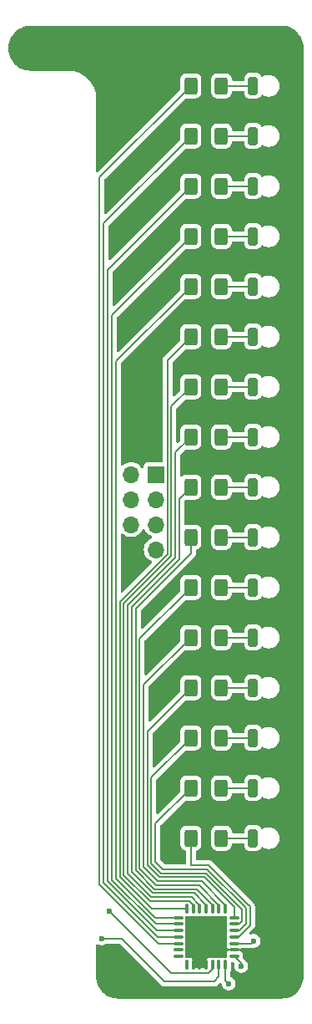
<source format=gbr>
%TF.GenerationSoftware,KiCad,Pcbnew,8.0.4-8.0.4-0~ubuntu22.04.1*%
%TF.CreationDate,2024-08-03T19:32:57+03:00*%
%TF.ProjectId,PM-DI16-DC24sink-front,504d2d44-4931-4362-9d44-43323473696e,rev?*%
%TF.SameCoordinates,Original*%
%TF.FileFunction,Copper,L2,Bot*%
%TF.FilePolarity,Positive*%
%FSLAX46Y46*%
G04 Gerber Fmt 4.6, Leading zero omitted, Abs format (unit mm)*
G04 Created by KiCad (PCBNEW 8.0.4-8.0.4-0~ubuntu22.04.1) date 2024-08-03 19:32:57*
%MOMM*%
%LPD*%
G01*
G04 APERTURE LIST*
G04 Aperture macros list*
%AMRoundRect*
0 Rectangle with rounded corners*
0 $1 Rounding radius*
0 $2 $3 $4 $5 $6 $7 $8 $9 X,Y pos of 4 corners*
0 Add a 4 corners polygon primitive as box body*
4,1,4,$2,$3,$4,$5,$6,$7,$8,$9,$2,$3,0*
0 Add four circle primitives for the rounded corners*
1,1,$1+$1,$2,$3*
1,1,$1+$1,$4,$5*
1,1,$1+$1,$6,$7*
1,1,$1+$1,$8,$9*
0 Add four rect primitives between the rounded corners*
20,1,$1+$1,$2,$3,$4,$5,0*
20,1,$1+$1,$4,$5,$6,$7,0*
20,1,$1+$1,$6,$7,$8,$9,0*
20,1,$1+$1,$8,$9,$2,$3,0*%
G04 Aperture macros list end*
%TA.AperFunction,SMDPad,CuDef*%
%ADD10RoundRect,0.190000X0.285000X0.710000X-0.285000X0.710000X-0.285000X-0.710000X0.285000X-0.710000X0*%
%TD*%
%TA.AperFunction,ComponentPad*%
%ADD11R,1.700000X1.700000*%
%TD*%
%TA.AperFunction,ComponentPad*%
%ADD12O,1.700000X1.700000*%
%TD*%
%TA.AperFunction,SMDPad,CuDef*%
%ADD13RoundRect,0.250000X0.400000X0.625000X-0.400000X0.625000X-0.400000X-0.625000X0.400000X-0.625000X0*%
%TD*%
%TA.AperFunction,SMDPad,CuDef*%
%ADD14RoundRect,0.075000X0.437500X0.075000X-0.437500X0.075000X-0.437500X-0.075000X0.437500X-0.075000X0*%
%TD*%
%TA.AperFunction,SMDPad,CuDef*%
%ADD15RoundRect,0.075000X0.075000X0.437500X-0.075000X0.437500X-0.075000X-0.437500X0.075000X-0.437500X0*%
%TD*%
%TA.AperFunction,HeatsinkPad*%
%ADD16R,4.250000X4.250000*%
%TD*%
%TA.AperFunction,ViaPad*%
%ADD17C,0.600000*%
%TD*%
%TA.AperFunction,Conductor*%
%ADD18C,0.200000*%
%TD*%
G04 APERTURE END LIST*
D10*
%TO.P,D8,1,K*%
%TO.N,GND*%
X79070000Y-92710000D03*
%TO.P,D8,2,A*%
%TO.N,Net-(D8-A)*%
X75870000Y-92710000D03*
%TD*%
%TO.P,D7,1,K*%
%TO.N,GND*%
X79070000Y-87630000D03*
%TO.P,D7,2,A*%
%TO.N,Net-(D7-A)*%
X75870000Y-87630000D03*
%TD*%
%TO.P,D6,1,K*%
%TO.N,GND*%
X79070000Y-82550000D03*
%TO.P,D6,2,A*%
%TO.N,Net-(D6-A)*%
X75870000Y-82550000D03*
%TD*%
%TO.P,D5,1,K*%
%TO.N,GND*%
X79070000Y-77470000D03*
%TO.P,D5,2,A*%
%TO.N,Net-(D5-A)*%
X75870000Y-77470000D03*
%TD*%
%TO.P,D4,1,K*%
%TO.N,GND*%
X79070000Y-72390000D03*
%TO.P,D4,2,A*%
%TO.N,Net-(D4-A)*%
X75870000Y-72390000D03*
%TD*%
%TO.P,D3,1,K*%
%TO.N,GND*%
X79070000Y-67310000D03*
%TO.P,D3,2,A*%
%TO.N,Net-(D3-A)*%
X75870000Y-67310000D03*
%TD*%
%TO.P,D2,1,K*%
%TO.N,GND*%
X79070000Y-62230000D03*
%TO.P,D2,2,A*%
%TO.N,Net-(D2-A)*%
X75870000Y-62230000D03*
%TD*%
%TO.P,D1,1,K*%
%TO.N,GND*%
X79070000Y-57150000D03*
%TO.P,D1,2,A*%
%TO.N,Net-(D1-A)*%
X75870000Y-57150000D03*
%TD*%
%TO.P,D16,1,K*%
%TO.N,GND*%
X79070000Y-133350000D03*
%TO.P,D16,2,A*%
%TO.N,Net-(D16-A)*%
X75870000Y-133350000D03*
%TD*%
%TO.P,D15,1,K*%
%TO.N,GND*%
X79070000Y-128270000D03*
%TO.P,D15,2,A*%
%TO.N,Net-(D15-A)*%
X75870000Y-128270000D03*
%TD*%
%TO.P,D14,1,K*%
%TO.N,GND*%
X79070000Y-123190000D03*
%TO.P,D14,2,A*%
%TO.N,Net-(D14-A)*%
X75870000Y-123190000D03*
%TD*%
%TO.P,D13,1,K*%
%TO.N,GND*%
X79070000Y-118110000D03*
%TO.P,D13,2,A*%
%TO.N,Net-(D13-A)*%
X75870000Y-118110000D03*
%TD*%
%TO.P,D12,1,K*%
%TO.N,GND*%
X79070000Y-113030000D03*
%TO.P,D12,2,A*%
%TO.N,Net-(D12-A)*%
X75870000Y-113030000D03*
%TD*%
%TO.P,D11,1,K*%
%TO.N,GND*%
X79070000Y-107950000D03*
%TO.P,D11,2,A*%
%TO.N,Net-(D11-A)*%
X75870000Y-107950000D03*
%TD*%
%TO.P,D10,1,K*%
%TO.N,GND*%
X79070000Y-102870000D03*
%TO.P,D10,2,A*%
%TO.N,Net-(D10-A)*%
X75870000Y-102870000D03*
%TD*%
%TO.P,D9,1,K*%
%TO.N,GND*%
X79070000Y-97790000D03*
%TO.P,D9,2,A*%
%TO.N,Net-(D9-A)*%
X75870000Y-97790000D03*
%TD*%
D11*
%TO.P,J1,1,Pin_1*%
%TO.N,/MOSI*%
X66040000Y-96520000D03*
D12*
%TO.P,J1,2,Pin_2*%
%TO.N,+5V*%
X63500000Y-96520000D03*
%TO.P,J1,3,Pin_3*%
%TO.N,/MISO*%
X66040000Y-99060000D03*
%TO.P,J1,4,Pin_4*%
%TO.N,unconnected-(J1-Pin_4-Pad4)*%
X63500000Y-99060000D03*
%TO.P,J1,5,Pin_5*%
%TO.N,/CLK*%
X66040000Y-101600000D03*
%TO.P,J1,6,Pin_6*%
%TO.N,unconnected-(J1-Pin_6-Pad6)*%
X63500000Y-101600000D03*
%TO.P,J1,7,Pin_7*%
%TO.N,/CS2*%
X66040000Y-104140000D03*
%TO.P,J1,8,Pin_8*%
%TO.N,GND*%
X63500000Y-104140000D03*
%TD*%
D13*
%TO.P,R1,1*%
%TO.N,Net-(D1-A)*%
X72670000Y-57150000D03*
%TO.P,R1,2*%
%TO.N,/a.0*%
X69570000Y-57150000D03*
%TD*%
%TO.P,R16,1*%
%TO.N,Net-(D16-A)*%
X72670000Y-133350000D03*
%TO.P,R16,2*%
%TO.N,/b.7*%
X69570000Y-133350000D03*
%TD*%
D14*
%TO.P,U1,1,GPB4*%
%TO.N,/b.4*%
X73957500Y-141410000D03*
%TO.P,U1,2,GPB5*%
%TO.N,/b.5*%
X73957500Y-142060000D03*
%TO.P,U1,3,GPB6*%
%TO.N,/b.6*%
X73957500Y-142710000D03*
%TO.P,U1,4,GPB7*%
%TO.N,/b.7*%
X73957500Y-143360000D03*
%TO.P,U1,5,VDD*%
%TO.N,+5V*%
X73957500Y-144010000D03*
%TO.P,U1,6,VSS*%
%TO.N,GND*%
X73957500Y-144660000D03*
%TO.P,U1,7,~{CS}*%
%TO.N,/CS2*%
X73957500Y-145310000D03*
D15*
%TO.P,U1,8,SCK*%
%TO.N,/CLK*%
X73070000Y-146197500D03*
%TO.P,U1,9,SI*%
%TO.N,/MOSI*%
X72420000Y-146197500D03*
%TO.P,U1,10,SO*%
%TO.N,/MISO*%
X71770000Y-146197500D03*
%TO.P,U1,11,A0*%
%TO.N,GND*%
X71120000Y-146197500D03*
%TO.P,U1,12,A1*%
X70470000Y-146197500D03*
%TO.P,U1,13,A2*%
X69820000Y-146197500D03*
%TO.P,U1,14,~{RESET}*%
%TO.N,unconnected-(U1-~{RESET}-Pad14)*%
X69170000Y-146197500D03*
D14*
%TO.P,U1,15,INTB*%
%TO.N,unconnected-(U1-INTB-Pad15)*%
X68282500Y-145310000D03*
%TO.P,U1,16,INTA*%
%TO.N,unconnected-(U1-INTA-Pad16)*%
X68282500Y-144660000D03*
%TO.P,U1,17,GPA0*%
%TO.N,/a.0*%
X68282500Y-144010000D03*
%TO.P,U1,18,GPA1*%
%TO.N,/a.1*%
X68282500Y-143360000D03*
%TO.P,U1,19,GPA2*%
%TO.N,/a.2*%
X68282500Y-142710000D03*
%TO.P,U1,20,GPA3*%
%TO.N,/a.3*%
X68282500Y-142060000D03*
%TO.P,U1,21,GPA4*%
%TO.N,/a.4*%
X68282500Y-141410000D03*
D15*
%TO.P,U1,22,GPA5*%
%TO.N,/a.5*%
X69170000Y-140522500D03*
%TO.P,U1,23,GPA6*%
%TO.N,/a.6*%
X69820000Y-140522500D03*
%TO.P,U1,24,GPA7*%
%TO.N,/a.7*%
X70470000Y-140522500D03*
%TO.P,U1,25,GPB0*%
%TO.N,/b.0*%
X71120000Y-140522500D03*
%TO.P,U1,26,GPB1*%
%TO.N,/b.1*%
X71770000Y-140522500D03*
%TO.P,U1,27,GPB2*%
%TO.N,/b.2*%
X72420000Y-140522500D03*
%TO.P,U1,28,GPB3*%
%TO.N,/b.3*%
X73070000Y-140522500D03*
D16*
%TO.P,U1,29,EP*%
%TO.N,GND*%
X71120000Y-143360000D03*
%TD*%
D13*
%TO.P,R3,1*%
%TO.N,Net-(D3-A)*%
X72670000Y-67310000D03*
%TO.P,R3,2*%
%TO.N,/a.2*%
X69570000Y-67310000D03*
%TD*%
%TO.P,R8,1*%
%TO.N,Net-(D8-A)*%
X72670000Y-92710000D03*
%TO.P,R8,2*%
%TO.N,/a.7*%
X69570000Y-92710000D03*
%TD*%
%TO.P,R5,1*%
%TO.N,Net-(D5-A)*%
X72670000Y-77470000D03*
%TO.P,R5,2*%
%TO.N,/a.4*%
X69570000Y-77470000D03*
%TD*%
%TO.P,R15,1*%
%TO.N,Net-(D15-A)*%
X72670000Y-128270000D03*
%TO.P,R15,2*%
%TO.N,/b.6*%
X69570000Y-128270000D03*
%TD*%
%TO.P,R6,1*%
%TO.N,Net-(D6-A)*%
X72670000Y-82550000D03*
%TO.P,R6,2*%
%TO.N,/a.5*%
X69570000Y-82550000D03*
%TD*%
%TO.P,R14,1*%
%TO.N,Net-(D14-A)*%
X72670000Y-123190000D03*
%TO.P,R14,2*%
%TO.N,/b.5*%
X69570000Y-123190000D03*
%TD*%
%TO.P,R4,1*%
%TO.N,Net-(D4-A)*%
X72670000Y-72390000D03*
%TO.P,R4,2*%
%TO.N,/a.3*%
X69570000Y-72390000D03*
%TD*%
%TO.P,R7,1*%
%TO.N,Net-(D7-A)*%
X72670000Y-87630000D03*
%TO.P,R7,2*%
%TO.N,/a.6*%
X69570000Y-87630000D03*
%TD*%
%TO.P,R13,1*%
%TO.N,Net-(D13-A)*%
X72670000Y-118110000D03*
%TO.P,R13,2*%
%TO.N,/b.4*%
X69570000Y-118110000D03*
%TD*%
%TO.P,R9,1*%
%TO.N,Net-(D9-A)*%
X72670000Y-97790000D03*
%TO.P,R9,2*%
%TO.N,/b.0*%
X69570000Y-97790000D03*
%TD*%
%TO.P,R11,1*%
%TO.N,Net-(D11-A)*%
X72670000Y-107950000D03*
%TO.P,R11,2*%
%TO.N,/b.2*%
X69570000Y-107950000D03*
%TD*%
%TO.P,R2,1*%
%TO.N,Net-(D2-A)*%
X72670000Y-62230000D03*
%TO.P,R2,2*%
%TO.N,/a.1*%
X69570000Y-62230000D03*
%TD*%
%TO.P,R12,1*%
%TO.N,Net-(D12-A)*%
X72670000Y-113030000D03*
%TO.P,R12,2*%
%TO.N,/b.3*%
X69570000Y-113030000D03*
%TD*%
%TO.P,R10,1*%
%TO.N,Net-(D10-A)*%
X72670000Y-102870000D03*
%TO.P,R10,2*%
%TO.N,/b.1*%
X69570000Y-102870000D03*
%TD*%
D17*
%TO.N,GND*%
X66040000Y-88900000D03*
X63500000Y-91440000D03*
X66040000Y-91440000D03*
X63500000Y-88900000D03*
%TO.N,+5V*%
X75946000Y-143764000D03*
%TO.N,/CLK*%
X73406000Y-148082000D03*
%TO.N,/CS2*%
X74676000Y-146304000D03*
%TO.N,/MOSI*%
X60490000Y-143510000D03*
%TO.N,/MISO*%
X61290000Y-140716000D03*
%TD*%
D18*
%TO.N,GND*%
X76969000Y-144660000D02*
X78613000Y-146304000D01*
X73957500Y-144660000D02*
X76969000Y-144660000D01*
%TO.N,/a.1*%
X68282500Y-143360000D02*
X66201686Y-143360000D01*
X66201686Y-143360000D02*
X60690000Y-137848314D01*
X60690000Y-137848314D02*
X60690000Y-71110000D01*
X60690000Y-71110000D02*
X69570000Y-62230000D01*
%TO.N,/b.5*%
X73957500Y-142060000D02*
X74469999Y-142060000D01*
X74469999Y-142060000D02*
X74770000Y-141759999D01*
X66554546Y-136910000D02*
X65561843Y-135917297D01*
X74770000Y-141759999D02*
X74770000Y-140611904D01*
X74770000Y-140611904D02*
X71068096Y-136910000D01*
X71068096Y-136910000D02*
X66554546Y-136910000D01*
X65561843Y-135917297D02*
X65561843Y-127198157D01*
X65561843Y-127198157D02*
X69570000Y-123190000D01*
%TO.N,/b.6*%
X73957500Y-142710000D02*
X74469999Y-142710000D01*
X66720232Y-136510000D02*
X65961843Y-135751611D01*
X74469999Y-142710000D02*
X75170000Y-142009999D01*
X75170000Y-142009999D02*
X75170000Y-140446218D01*
X75170000Y-140446218D02*
X71233782Y-136510000D01*
X71233782Y-136510000D02*
X66720232Y-136510000D01*
X65961843Y-135751611D02*
X65961843Y-131878157D01*
X65961843Y-131878157D02*
X69570000Y-128270000D01*
%TO.N,GND*%
X70470000Y-144010000D02*
X71120000Y-143360000D01*
X73957500Y-144660000D02*
X72420000Y-144660000D01*
X69820000Y-144660000D02*
X71120000Y-143360000D01*
X69820000Y-146197500D02*
X69820000Y-144660000D01*
X71120000Y-146197500D02*
X71120000Y-143360000D01*
X72420000Y-144660000D02*
X71120000Y-143360000D01*
X70470000Y-146197500D02*
X70470000Y-144010000D01*
%TO.N,+5V*%
X75946000Y-143764000D02*
X75700000Y-144010000D01*
X75700000Y-144010000D02*
X73957500Y-144010000D01*
%TO.N,/b.0*%
X68390000Y-98970000D02*
X69570000Y-97790000D01*
X71120000Y-140127590D02*
X69902410Y-138910000D01*
X65726116Y-138910000D02*
X63561843Y-136745727D01*
X69902410Y-138910000D02*
X65726116Y-138910000D01*
X63561843Y-136745727D02*
X63561843Y-109941561D01*
X63561843Y-109941561D02*
X68390000Y-105113404D01*
X71120000Y-140522000D02*
X71120000Y-140522500D01*
X68390000Y-105113404D02*
X68390000Y-98970000D01*
X71120000Y-140522500D02*
X71120000Y-140127590D01*
%TO.N,Net-(D1-A)*%
X72670000Y-57150000D02*
X75920000Y-57150000D01*
%TO.N,Net-(D2-A)*%
X72670000Y-62230000D02*
X75920000Y-62230000D01*
%TO.N,Net-(D3-A)*%
X72670000Y-67310000D02*
X75920000Y-67310000D01*
%TO.N,Net-(D4-A)*%
X72670000Y-72390000D02*
X75920000Y-72390000D01*
%TO.N,Net-(D5-A)*%
X72670000Y-77470000D02*
X75920000Y-77470000D01*
%TO.N,Net-(D6-A)*%
X72670000Y-82550000D02*
X75920000Y-82550000D01*
%TO.N,Net-(D7-A)*%
X72670000Y-87630000D02*
X75920000Y-87630000D01*
%TO.N,Net-(D8-A)*%
X72670000Y-92710000D02*
X75920000Y-92710000D01*
%TO.N,Net-(D9-A)*%
X72670000Y-97790000D02*
X75920000Y-97790000D01*
%TO.N,Net-(D10-A)*%
X72670000Y-102870000D02*
X75920000Y-102870000D01*
%TO.N,Net-(D11-A)*%
X72670000Y-107950000D02*
X75920000Y-107950000D01*
%TO.N,Net-(D12-A)*%
X72670000Y-113030000D02*
X75920000Y-113030000D01*
%TO.N,Net-(D13-A)*%
X72670000Y-118110000D02*
X75920000Y-118110000D01*
%TO.N,Net-(D14-A)*%
X72670000Y-123190000D02*
X75920000Y-123190000D01*
%TO.N,Net-(D15-A)*%
X72670000Y-128270000D02*
X75920000Y-128270000D01*
%TO.N,Net-(D16-A)*%
X72670000Y-133350000D02*
X75920000Y-133350000D01*
%TO.N,/b.1*%
X70152410Y-138510000D02*
X65891802Y-138510000D01*
X71770000Y-140522500D02*
X71770000Y-140127590D01*
X69570000Y-104499090D02*
X69570000Y-102870000D01*
X65891802Y-138510000D02*
X63961843Y-136580041D01*
X71770000Y-140127590D02*
X70152410Y-138510000D01*
X71770000Y-140522000D02*
X71770000Y-140522500D01*
X63961843Y-136580041D02*
X63961843Y-110107247D01*
X63961843Y-110107247D02*
X69570000Y-104499090D01*
%TO.N,/b.2*%
X72420000Y-140522500D02*
X72420000Y-140127590D01*
X72420000Y-140522000D02*
X72420000Y-140522500D01*
X66057488Y-138110000D02*
X64361843Y-136414355D01*
X64361843Y-113158157D02*
X69570000Y-107950000D01*
X70402410Y-138110000D02*
X66057488Y-138110000D01*
X64361843Y-136414355D02*
X64361843Y-113158157D01*
X72420000Y-140127590D02*
X70402410Y-138110000D01*
%TO.N,/b.3*%
X73070000Y-140522000D02*
X73070000Y-140522500D01*
X66223174Y-137710000D02*
X64761843Y-136248669D01*
X64761843Y-117838157D02*
X69570000Y-113030000D01*
X73070000Y-140127590D02*
X70652410Y-137710000D01*
X70652410Y-137710000D02*
X66223174Y-137710000D01*
X64761843Y-136248669D02*
X64761843Y-117838157D01*
X73070000Y-140522500D02*
X73070000Y-140127590D01*
%TO.N,/b.4*%
X70902410Y-137310000D02*
X66388860Y-137310000D01*
X73957500Y-140365090D02*
X70902410Y-137310000D01*
X73957500Y-141410000D02*
X73957500Y-140365090D01*
X65161843Y-122518157D02*
X69570000Y-118110000D01*
X66388860Y-137310000D02*
X65161843Y-136082983D01*
X65161843Y-136082983D02*
X65161843Y-122518157D01*
%TO.N,/b.7*%
X74385685Y-143360000D02*
X75570000Y-142175685D01*
X71399468Y-136110000D02*
X69570000Y-136110000D01*
X69570000Y-136110000D02*
X69570000Y-133350000D01*
X75570000Y-142175685D02*
X75570000Y-140280532D01*
X75570000Y-140280532D02*
X75335685Y-140046218D01*
X75335685Y-140046218D02*
X71399468Y-136110000D01*
X73957500Y-143360000D02*
X74385685Y-143360000D01*
%TO.N,/a.0*%
X60290000Y-138014000D02*
X60290000Y-66430000D01*
X66286000Y-144010000D02*
X60290000Y-138014000D01*
X68282500Y-144010000D02*
X66286000Y-144010000D01*
X60290000Y-66430000D02*
X69570000Y-57150000D01*
%TO.N,/a.2*%
X66132000Y-142710000D02*
X61090000Y-137668000D01*
X61090000Y-137668000D02*
X61090000Y-75790000D01*
X61090000Y-75790000D02*
X69570000Y-67310000D01*
X68282500Y-142710000D02*
X66132000Y-142710000D01*
%TO.N,/a.3*%
X61561843Y-80398157D02*
X69570000Y-72390000D01*
X61561843Y-137574157D02*
X61561843Y-80398157D01*
X66047686Y-142060000D02*
X61561843Y-137574157D01*
X68282500Y-142060000D02*
X66047686Y-142060000D01*
%TO.N,/a.4*%
X61961843Y-85078157D02*
X69570000Y-77470000D01*
X61961843Y-137408471D02*
X61961843Y-85078157D01*
X65963372Y-141410000D02*
X61961843Y-137408471D01*
X68282500Y-141410000D02*
X65963372Y-141410000D01*
%TO.N,/a.5*%
X67190000Y-84930000D02*
X69570000Y-82550000D01*
X67190000Y-104616346D02*
X67190000Y-84930000D01*
X62361843Y-137242785D02*
X62361843Y-109444503D01*
X69169500Y-140522000D02*
X69170000Y-140522500D01*
X65641558Y-140522500D02*
X62361843Y-137242785D01*
X69170000Y-140522500D02*
X65641558Y-140522500D01*
X62361843Y-109444503D02*
X67190000Y-104616346D01*
%TO.N,/a.6*%
X69402410Y-139710000D02*
X65394744Y-139710000D01*
X67590000Y-89610000D02*
X69570000Y-87630000D01*
X62761843Y-109610189D02*
X67590000Y-104782032D01*
X69820000Y-140522000D02*
X69820000Y-140522500D01*
X65394744Y-139710000D02*
X62761843Y-137077099D01*
X69820000Y-140522500D02*
X69820000Y-140127590D01*
X62761843Y-137077099D02*
X62761843Y-109610189D01*
X69820000Y-140127590D02*
X69402410Y-139710000D01*
X67590000Y-104782032D02*
X67590000Y-89610000D01*
%TO.N,/a.7*%
X70470000Y-140522500D02*
X70470000Y-140127590D01*
X65560430Y-139310000D02*
X63161843Y-136911413D01*
X70470000Y-140127590D02*
X69652410Y-139310000D01*
X63161843Y-109775875D02*
X67990000Y-104947718D01*
X69652410Y-139310000D02*
X65560430Y-139310000D01*
X63161843Y-136911413D02*
X63161843Y-109775875D01*
X67990000Y-104947718D02*
X67990000Y-94290000D01*
X67990000Y-94290000D02*
X69570000Y-92710000D01*
X70470000Y-140522000D02*
X70470000Y-140522500D01*
%TO.N,/CLK*%
X73070000Y-146198000D02*
X73070000Y-146197500D01*
X73070000Y-147746000D02*
X73070000Y-146197500D01*
X73406000Y-148082000D02*
X73070000Y-147746000D01*
%TO.N,/CS2*%
X74676000Y-146304000D02*
X74676000Y-146028500D01*
X74676000Y-146028500D02*
X73957500Y-145310000D01*
%TO.N,/MOSI*%
X71919794Y-147876735D02*
X72420000Y-147376529D01*
X72420000Y-147376529D02*
X72420000Y-146197500D01*
X72420000Y-146198000D02*
X72420000Y-146197500D01*
X66888735Y-147876735D02*
X71919794Y-147876735D01*
X62522000Y-143510000D02*
X66888735Y-147876735D01*
X60490000Y-143510000D02*
X62522000Y-143510000D01*
%TO.N,/MISO*%
X71770000Y-146198000D02*
X71770000Y-146197500D01*
X71770000Y-146592410D02*
X71770000Y-146197500D01*
X71352410Y-147010000D02*
X71770000Y-146592410D01*
X67584000Y-147010000D02*
X71352410Y-147010000D01*
X61290000Y-140716000D02*
X67584000Y-147010000D01*
%TD*%
%TA.AperFunction,Conductor*%
%TO.N,GND*%
G36*
X78743736Y-51050726D02*
G01*
X79008483Y-51066740D01*
X79023347Y-51068545D01*
X79280541Y-51115678D01*
X79295063Y-51119257D01*
X79544720Y-51197052D01*
X79558697Y-51202353D01*
X79797151Y-51309673D01*
X79810397Y-51316625D01*
X80034171Y-51451901D01*
X80046489Y-51460404D01*
X80252318Y-51621662D01*
X80263525Y-51631591D01*
X80448408Y-51816474D01*
X80458337Y-51827681D01*
X80619595Y-52033510D01*
X80628102Y-52045834D01*
X80763371Y-52269596D01*
X80770330Y-52282855D01*
X80877644Y-52521298D01*
X80882950Y-52535288D01*
X80960738Y-52784920D01*
X80964321Y-52799458D01*
X81011454Y-53056652D01*
X81013259Y-53071517D01*
X81029274Y-53336263D01*
X81029500Y-53343750D01*
X81029500Y-147316249D01*
X81029274Y-147323736D01*
X81013259Y-147588482D01*
X81011454Y-147603347D01*
X80964321Y-147860541D01*
X80960737Y-147875079D01*
X80885811Y-148115533D01*
X80882954Y-148124700D01*
X80877644Y-148138701D01*
X80770330Y-148377144D01*
X80763371Y-148390403D01*
X80628102Y-148614165D01*
X80619595Y-148626489D01*
X80458337Y-148832318D01*
X80448408Y-148843525D01*
X80263525Y-149028408D01*
X80252318Y-149038337D01*
X80046489Y-149199595D01*
X80034165Y-149208102D01*
X79810403Y-149343371D01*
X79797144Y-149350330D01*
X79558701Y-149457644D01*
X79544705Y-149462951D01*
X79297174Y-149540085D01*
X79295079Y-149540738D01*
X79280541Y-149544321D01*
X79023347Y-149591454D01*
X79008482Y-149593259D01*
X78743736Y-149609274D01*
X78736249Y-149609500D01*
X62233751Y-149609500D01*
X62226264Y-149609274D01*
X61961517Y-149593259D01*
X61946652Y-149591454D01*
X61689458Y-149544321D01*
X61674924Y-149540739D01*
X61425288Y-149462950D01*
X61411298Y-149457644D01*
X61172855Y-149350330D01*
X61159596Y-149343371D01*
X60935834Y-149208102D01*
X60923510Y-149199595D01*
X60717681Y-149038337D01*
X60706474Y-149028408D01*
X60521591Y-148843525D01*
X60511662Y-148832318D01*
X60440737Y-148741790D01*
X60350401Y-148626485D01*
X60341901Y-148614171D01*
X60206625Y-148390397D01*
X60199673Y-148377151D01*
X60092353Y-148138697D01*
X60087052Y-148124720D01*
X60009257Y-147875063D01*
X60005678Y-147860541D01*
X59986166Y-147754068D01*
X59958544Y-147603345D01*
X59956740Y-147588482D01*
X59951464Y-147501266D01*
X59940726Y-147323736D01*
X59940500Y-147316249D01*
X59940500Y-144217838D01*
X59960185Y-144150799D01*
X60012989Y-144105044D01*
X60082147Y-144095100D01*
X60122122Y-144108040D01*
X60239775Y-144169790D01*
X60404944Y-144210500D01*
X60575056Y-144210500D01*
X60740225Y-144169790D01*
X60890852Y-144090734D01*
X60946218Y-144041683D01*
X61009451Y-144011963D01*
X61028445Y-144010500D01*
X62263324Y-144010500D01*
X62330363Y-144030185D01*
X62351005Y-144046819D01*
X66581421Y-148277235D01*
X66695549Y-148343127D01*
X66822843Y-148377235D01*
X66822845Y-148377235D01*
X71985684Y-148377235D01*
X71985686Y-148377235D01*
X72112980Y-148343127D01*
X72227108Y-148277235D01*
X72475269Y-148029073D01*
X72536587Y-147995591D01*
X72606279Y-148000575D01*
X72662213Y-148042446D01*
X72668652Y-148052208D01*
X72669502Y-148053316D01*
X72670396Y-148054210D01*
X72670908Y-148055148D01*
X72674447Y-148059760D01*
X72673727Y-148060311D01*
X72703881Y-148115533D01*
X72705811Y-148126943D01*
X72720859Y-148250870D01*
X72720860Y-148250875D01*
X72781182Y-148409930D01*
X72781182Y-148409931D01*
X72843475Y-148500177D01*
X72877817Y-148549929D01*
X72964236Y-148626489D01*
X73005150Y-148662736D01*
X73155773Y-148741789D01*
X73155775Y-148741790D01*
X73320944Y-148782500D01*
X73491056Y-148782500D01*
X73656225Y-148741790D01*
X73735692Y-148700081D01*
X73806849Y-148662736D01*
X73806850Y-148662734D01*
X73806852Y-148662734D01*
X73934183Y-148549929D01*
X74030818Y-148409930D01*
X74091140Y-148250872D01*
X74111645Y-148082000D01*
X74091140Y-147913128D01*
X74089521Y-147908860D01*
X74069231Y-147855358D01*
X74030818Y-147754070D01*
X73934183Y-147614071D01*
X73806852Y-147501266D01*
X73806849Y-147501263D01*
X73656227Y-147422210D01*
X73650523Y-147420047D01*
X73594823Y-147377866D01*
X73570769Y-147312267D01*
X73570500Y-147304107D01*
X73570500Y-146877214D01*
X73578318Y-146833882D01*
X73614412Y-146737114D01*
X73615811Y-146724095D01*
X73620499Y-146680501D01*
X73620499Y-146680494D01*
X73620500Y-146680485D01*
X73620499Y-145984498D01*
X73640183Y-145917460D01*
X73692987Y-145871705D01*
X73744499Y-145860499D01*
X73748823Y-145860499D01*
X73815862Y-145880184D01*
X73836504Y-145896818D01*
X73958008Y-146018322D01*
X73991493Y-146079645D01*
X73990836Y-146127570D01*
X73991764Y-146127683D01*
X73970355Y-146304000D01*
X73990859Y-146472869D01*
X73990860Y-146472874D01*
X74051182Y-146631931D01*
X74084697Y-146680485D01*
X74147817Y-146771929D01*
X74241409Y-146854844D01*
X74275150Y-146884736D01*
X74425773Y-146963789D01*
X74425775Y-146963790D01*
X74590944Y-147004500D01*
X74761056Y-147004500D01*
X74926225Y-146963790D01*
X75005692Y-146922081D01*
X75076849Y-146884736D01*
X75076850Y-146884734D01*
X75076852Y-146884734D01*
X75204183Y-146771929D01*
X75300818Y-146631930D01*
X75361140Y-146472872D01*
X75381645Y-146304000D01*
X75361140Y-146135128D01*
X75300818Y-145976070D01*
X75204183Y-145836071D01*
X75170949Y-145806628D01*
X75089642Y-145734596D01*
X75082380Y-145726803D01*
X75082249Y-145726935D01*
X74904228Y-145548914D01*
X74870743Y-145487591D01*
X74868620Y-145447976D01*
X74870499Y-145430498D01*
X74870499Y-145430490D01*
X74870500Y-145430485D01*
X74870499Y-145189516D01*
X74864412Y-145132886D01*
X74816628Y-145004774D01*
X74734687Y-144895313D01*
X74656942Y-144837114D01*
X74625228Y-144813373D01*
X74625226Y-144813372D01*
X74525512Y-144776180D01*
X74469582Y-144734310D01*
X74445165Y-144668845D01*
X74460017Y-144600573D01*
X74509423Y-144551168D01*
X74525510Y-144543820D01*
X74571877Y-144526526D01*
X74593885Y-144518318D01*
X74637218Y-144510500D01*
X75765890Y-144510500D01*
X75765892Y-144510500D01*
X75893186Y-144476392D01*
X75893196Y-144476386D01*
X75899106Y-144473939D01*
X75946560Y-144464500D01*
X76031056Y-144464500D01*
X76196225Y-144423790D01*
X76327723Y-144354774D01*
X76346849Y-144344736D01*
X76346850Y-144344734D01*
X76346852Y-144344734D01*
X76474183Y-144231929D01*
X76570818Y-144091930D01*
X76631140Y-143932872D01*
X76651645Y-143764000D01*
X76631140Y-143595128D01*
X76570818Y-143436070D01*
X76474183Y-143296071D01*
X76346852Y-143183266D01*
X76346849Y-143183263D01*
X76196226Y-143104210D01*
X76031056Y-143063500D01*
X75860944Y-143063500D01*
X75695774Y-143104210D01*
X75687983Y-143108299D01*
X75619474Y-143122022D01*
X75554422Y-143096528D01*
X75513479Y-143039912D01*
X75509645Y-142970147D01*
X75542679Y-142910820D01*
X75970496Y-142483003D01*
X75970499Y-142483000D01*
X75983490Y-142460500D01*
X76036392Y-142368871D01*
X76065430Y-142260499D01*
X76070500Y-142241578D01*
X76070500Y-142109793D01*
X76070500Y-140214640D01*
X76056061Y-140160750D01*
X76036392Y-140087345D01*
X75994912Y-140015500D01*
X75970500Y-139973218D01*
X75877314Y-139880032D01*
X75870249Y-139872967D01*
X75870242Y-139872961D01*
X75736185Y-139738904D01*
X71706784Y-135709502D01*
X71706783Y-135709501D01*
X71706782Y-135709500D01*
X71649718Y-135676554D01*
X71592655Y-135643608D01*
X71529007Y-135626554D01*
X71465361Y-135609500D01*
X71465360Y-135609500D01*
X70194500Y-135609500D01*
X70127461Y-135589815D01*
X70081706Y-135537011D01*
X70070500Y-135485500D01*
X70070500Y-134716300D01*
X70090185Y-134649261D01*
X70142989Y-134603506D01*
X70159893Y-134597227D01*
X70230398Y-134576744D01*
X70371865Y-134493081D01*
X70488081Y-134376865D01*
X70571744Y-134235398D01*
X70617598Y-134077569D01*
X70620500Y-134040694D01*
X70620500Y-132659306D01*
X70620499Y-132659298D01*
X71619500Y-132659298D01*
X71619500Y-134040701D01*
X71622401Y-134077567D01*
X71622402Y-134077573D01*
X71668254Y-134235393D01*
X71668255Y-134235396D01*
X71751917Y-134376862D01*
X71751923Y-134376870D01*
X71868129Y-134493076D01*
X71868133Y-134493079D01*
X71868135Y-134493081D01*
X72009602Y-134576744D01*
X72051224Y-134588836D01*
X72167426Y-134622597D01*
X72167429Y-134622597D01*
X72167431Y-134622598D01*
X72204306Y-134625500D01*
X72204314Y-134625500D01*
X73135686Y-134625500D01*
X73135694Y-134625500D01*
X73172569Y-134622598D01*
X73172571Y-134622597D01*
X73172573Y-134622597D01*
X73259909Y-134597223D01*
X73330398Y-134576744D01*
X73471865Y-134493081D01*
X73588081Y-134376865D01*
X73671744Y-134235398D01*
X73717598Y-134077569D01*
X73720500Y-134040694D01*
X73720500Y-133974500D01*
X73740185Y-133907461D01*
X73792989Y-133861706D01*
X73844500Y-133850500D01*
X74870501Y-133850500D01*
X74937540Y-133870185D01*
X74983295Y-133922989D01*
X74994501Y-133974500D01*
X74994501Y-134098703D01*
X75009696Y-134214142D01*
X75009699Y-134214151D01*
X75032231Y-134268549D01*
X75069200Y-134357798D01*
X75163851Y-134481149D01*
X75287202Y-134575800D01*
X75430849Y-134635301D01*
X75546299Y-134650500D01*
X76193700Y-134650499D01*
X76193703Y-134650499D01*
X76309142Y-134635303D01*
X76309146Y-134635301D01*
X76309151Y-134635301D01*
X76452798Y-134575800D01*
X76576149Y-134481149D01*
X76670800Y-134357798D01*
X76683250Y-134327740D01*
X76727088Y-134273338D01*
X76793382Y-134251271D01*
X76861082Y-134268549D01*
X76870696Y-134274874D01*
X76893207Y-134291229D01*
X76893209Y-134291230D01*
X76893212Y-134291232D01*
X77047555Y-134369873D01*
X77212299Y-134423402D01*
X77383389Y-134450500D01*
X77383390Y-134450500D01*
X77556610Y-134450500D01*
X77556611Y-134450500D01*
X77727701Y-134423402D01*
X77892445Y-134369873D01*
X78046788Y-134291232D01*
X78186928Y-134189414D01*
X78309414Y-134066928D01*
X78411232Y-133926788D01*
X78489873Y-133772445D01*
X78543402Y-133607701D01*
X78570500Y-133436611D01*
X78570500Y-133263389D01*
X78543402Y-133092299D01*
X78489873Y-132927555D01*
X78411232Y-132773212D01*
X78309414Y-132633072D01*
X78186928Y-132510586D01*
X78046788Y-132408768D01*
X77892445Y-132330127D01*
X77727701Y-132276598D01*
X77727699Y-132276597D01*
X77727698Y-132276597D01*
X77596271Y-132255781D01*
X77556611Y-132249500D01*
X77383389Y-132249500D01*
X77343728Y-132255781D01*
X77212302Y-132276597D01*
X77212299Y-132276598D01*
X77069093Y-132323129D01*
X77047552Y-132330128D01*
X76893209Y-132408769D01*
X76870694Y-132425127D01*
X76804887Y-132448605D01*
X76736833Y-132432778D01*
X76688140Y-132382671D01*
X76683254Y-132372270D01*
X76670800Y-132342202D01*
X76576149Y-132218851D01*
X76452798Y-132124200D01*
X76452794Y-132124198D01*
X76309151Y-132064699D01*
X76309149Y-132064698D01*
X76193701Y-132049500D01*
X75546296Y-132049500D01*
X75430857Y-132064696D01*
X75430848Y-132064699D01*
X75287205Y-132124198D01*
X75287202Y-132124199D01*
X75287202Y-132124200D01*
X75163851Y-132218851D01*
X75083836Y-132323129D01*
X75069198Y-132342205D01*
X75009699Y-132485848D01*
X75009698Y-132485850D01*
X74994500Y-132601298D01*
X74994500Y-132725500D01*
X74974815Y-132792539D01*
X74922011Y-132838294D01*
X74870500Y-132849500D01*
X73844500Y-132849500D01*
X73777461Y-132829815D01*
X73731706Y-132777011D01*
X73720500Y-132725500D01*
X73720500Y-132659313D01*
X73720499Y-132659298D01*
X73717598Y-132622432D01*
X73717597Y-132622426D01*
X73671745Y-132464606D01*
X73671744Y-132464603D01*
X73671744Y-132464602D01*
X73588081Y-132323135D01*
X73588079Y-132323133D01*
X73588076Y-132323129D01*
X73471870Y-132206923D01*
X73471862Y-132206917D01*
X73330396Y-132123255D01*
X73330393Y-132123254D01*
X73172573Y-132077402D01*
X73172567Y-132077401D01*
X73135701Y-132074500D01*
X73135694Y-132074500D01*
X72204306Y-132074500D01*
X72204298Y-132074500D01*
X72167432Y-132077401D01*
X72167426Y-132077402D01*
X72009606Y-132123254D01*
X72009603Y-132123255D01*
X71868137Y-132206917D01*
X71868129Y-132206923D01*
X71751923Y-132323129D01*
X71751917Y-132323137D01*
X71668255Y-132464603D01*
X71668254Y-132464606D01*
X71622402Y-132622426D01*
X71622401Y-132622432D01*
X71619500Y-132659298D01*
X70620499Y-132659298D01*
X70617598Y-132622431D01*
X70611458Y-132601298D01*
X70571745Y-132464606D01*
X70571744Y-132464603D01*
X70571744Y-132464602D01*
X70488081Y-132323135D01*
X70488079Y-132323133D01*
X70488076Y-132323129D01*
X70371870Y-132206923D01*
X70371862Y-132206917D01*
X70230396Y-132123255D01*
X70230393Y-132123254D01*
X70072573Y-132077402D01*
X70072567Y-132077401D01*
X70035701Y-132074500D01*
X70035694Y-132074500D01*
X69104306Y-132074500D01*
X69104298Y-132074500D01*
X69067432Y-132077401D01*
X69067426Y-132077402D01*
X68909606Y-132123254D01*
X68909603Y-132123255D01*
X68768137Y-132206917D01*
X68768129Y-132206923D01*
X68651923Y-132323129D01*
X68651917Y-132323137D01*
X68568255Y-132464603D01*
X68568254Y-132464606D01*
X68522402Y-132622426D01*
X68522401Y-132622432D01*
X68519500Y-132659298D01*
X68519500Y-134040701D01*
X68522401Y-134077567D01*
X68522402Y-134077573D01*
X68568254Y-134235393D01*
X68568255Y-134235396D01*
X68651917Y-134376862D01*
X68651923Y-134376870D01*
X68768129Y-134493076D01*
X68768133Y-134493079D01*
X68768135Y-134493081D01*
X68909602Y-134576744D01*
X68980096Y-134597224D01*
X69038980Y-134634829D01*
X69068187Y-134698301D01*
X69069500Y-134716300D01*
X69069500Y-135885500D01*
X69049815Y-135952539D01*
X68997011Y-135998294D01*
X68945500Y-136009500D01*
X66978908Y-136009500D01*
X66911869Y-135989815D01*
X66891227Y-135973181D01*
X66498662Y-135580616D01*
X66465177Y-135519293D01*
X66462343Y-135492935D01*
X66462343Y-132136832D01*
X66482028Y-132069793D01*
X66498657Y-132049156D01*
X68969334Y-129578478D01*
X69030655Y-129544995D01*
X69066744Y-129542543D01*
X69067426Y-129542596D01*
X69067431Y-129542598D01*
X69104306Y-129545500D01*
X69104314Y-129545500D01*
X70035686Y-129545500D01*
X70035694Y-129545500D01*
X70072569Y-129542598D01*
X70072571Y-129542597D01*
X70072573Y-129542597D01*
X70120781Y-129528591D01*
X70230398Y-129496744D01*
X70371865Y-129413081D01*
X70488081Y-129296865D01*
X70571744Y-129155398D01*
X70617598Y-128997569D01*
X70620500Y-128960694D01*
X70620500Y-127579306D01*
X70620499Y-127579298D01*
X71619500Y-127579298D01*
X71619500Y-128960701D01*
X71622401Y-128997567D01*
X71622402Y-128997573D01*
X71668254Y-129155393D01*
X71668255Y-129155396D01*
X71751917Y-129296862D01*
X71751923Y-129296870D01*
X71868129Y-129413076D01*
X71868133Y-129413079D01*
X71868135Y-129413081D01*
X72009602Y-129496744D01*
X72051224Y-129508836D01*
X72167426Y-129542597D01*
X72167429Y-129542597D01*
X72167431Y-129542598D01*
X72204306Y-129545500D01*
X72204314Y-129545500D01*
X73135686Y-129545500D01*
X73135694Y-129545500D01*
X73172569Y-129542598D01*
X73172571Y-129542597D01*
X73172573Y-129542597D01*
X73220781Y-129528591D01*
X73330398Y-129496744D01*
X73471865Y-129413081D01*
X73588081Y-129296865D01*
X73671744Y-129155398D01*
X73717598Y-128997569D01*
X73720500Y-128960694D01*
X73720500Y-128894500D01*
X73740185Y-128827461D01*
X73792989Y-128781706D01*
X73844500Y-128770500D01*
X74870501Y-128770500D01*
X74937540Y-128790185D01*
X74983295Y-128842989D01*
X74994501Y-128894500D01*
X74994501Y-129018703D01*
X75009696Y-129134142D01*
X75009699Y-129134151D01*
X75032231Y-129188549D01*
X75069200Y-129277798D01*
X75163851Y-129401149D01*
X75287202Y-129495800D01*
X75430849Y-129555301D01*
X75546299Y-129570500D01*
X76193700Y-129570499D01*
X76193703Y-129570499D01*
X76309142Y-129555303D01*
X76309146Y-129555301D01*
X76309151Y-129555301D01*
X76452798Y-129495800D01*
X76576149Y-129401149D01*
X76670800Y-129277798D01*
X76683250Y-129247740D01*
X76727088Y-129193338D01*
X76793382Y-129171271D01*
X76861082Y-129188549D01*
X76870696Y-129194874D01*
X76893207Y-129211229D01*
X76893209Y-129211230D01*
X76893212Y-129211232D01*
X77047555Y-129289873D01*
X77212299Y-129343402D01*
X77383389Y-129370500D01*
X77383390Y-129370500D01*
X77556610Y-129370500D01*
X77556611Y-129370500D01*
X77727701Y-129343402D01*
X77892445Y-129289873D01*
X78046788Y-129211232D01*
X78186928Y-129109414D01*
X78309414Y-128986928D01*
X78411232Y-128846788D01*
X78489873Y-128692445D01*
X78543402Y-128527701D01*
X78570500Y-128356611D01*
X78570500Y-128183389D01*
X78543402Y-128012299D01*
X78489873Y-127847555D01*
X78411232Y-127693212D01*
X78309414Y-127553072D01*
X78186928Y-127430586D01*
X78046788Y-127328768D01*
X77892445Y-127250127D01*
X77727701Y-127196598D01*
X77727699Y-127196597D01*
X77727698Y-127196597D01*
X77596271Y-127175781D01*
X77556611Y-127169500D01*
X77383389Y-127169500D01*
X77343728Y-127175781D01*
X77212302Y-127196597D01*
X77212299Y-127196598D01*
X77069093Y-127243129D01*
X77047552Y-127250128D01*
X76893209Y-127328769D01*
X76870694Y-127345127D01*
X76804887Y-127368605D01*
X76736833Y-127352778D01*
X76688140Y-127302671D01*
X76683254Y-127292270D01*
X76670800Y-127262202D01*
X76576149Y-127138851D01*
X76452798Y-127044200D01*
X76452794Y-127044198D01*
X76309151Y-126984699D01*
X76309149Y-126984698D01*
X76193701Y-126969500D01*
X75546296Y-126969500D01*
X75430857Y-126984696D01*
X75430848Y-126984699D01*
X75287205Y-127044198D01*
X75287202Y-127044199D01*
X75287202Y-127044200D01*
X75163851Y-127138851D01*
X75083836Y-127243129D01*
X75069198Y-127262205D01*
X75009699Y-127405848D01*
X75009698Y-127405850D01*
X74994500Y-127521298D01*
X74994500Y-127645500D01*
X74974815Y-127712539D01*
X74922011Y-127758294D01*
X74870500Y-127769500D01*
X73844500Y-127769500D01*
X73777461Y-127749815D01*
X73731706Y-127697011D01*
X73720500Y-127645500D01*
X73720500Y-127579313D01*
X73720499Y-127579298D01*
X73717598Y-127542432D01*
X73717597Y-127542426D01*
X73671745Y-127384606D01*
X73671744Y-127384603D01*
X73671744Y-127384602D01*
X73588081Y-127243135D01*
X73588079Y-127243133D01*
X73588076Y-127243129D01*
X73471870Y-127126923D01*
X73471862Y-127126917D01*
X73330396Y-127043255D01*
X73330393Y-127043254D01*
X73172573Y-126997402D01*
X73172567Y-126997401D01*
X73135701Y-126994500D01*
X73135694Y-126994500D01*
X72204306Y-126994500D01*
X72204298Y-126994500D01*
X72167432Y-126997401D01*
X72167426Y-126997402D01*
X72009606Y-127043254D01*
X72009603Y-127043255D01*
X71868137Y-127126917D01*
X71868129Y-127126923D01*
X71751923Y-127243129D01*
X71751917Y-127243137D01*
X71668255Y-127384603D01*
X71668254Y-127384606D01*
X71622402Y-127542426D01*
X71622401Y-127542432D01*
X71619500Y-127579298D01*
X70620499Y-127579298D01*
X70617598Y-127542431D01*
X70611458Y-127521298D01*
X70571745Y-127384606D01*
X70571744Y-127384603D01*
X70571744Y-127384602D01*
X70488081Y-127243135D01*
X70488079Y-127243133D01*
X70488076Y-127243129D01*
X70371870Y-127126923D01*
X70371862Y-127126917D01*
X70230396Y-127043255D01*
X70230393Y-127043254D01*
X70072573Y-126997402D01*
X70072567Y-126997401D01*
X70035701Y-126994500D01*
X70035694Y-126994500D01*
X69104306Y-126994500D01*
X69104298Y-126994500D01*
X69067432Y-126997401D01*
X69067426Y-126997402D01*
X68909606Y-127043254D01*
X68909603Y-127043255D01*
X68768137Y-127126917D01*
X68768129Y-127126923D01*
X68651923Y-127243129D01*
X68651917Y-127243137D01*
X68568255Y-127384603D01*
X68568254Y-127384606D01*
X68522402Y-127542426D01*
X68522401Y-127542432D01*
X68519500Y-127579298D01*
X68519500Y-128561324D01*
X68499815Y-128628363D01*
X68483181Y-128649005D01*
X66274024Y-130858162D01*
X66212701Y-130891647D01*
X66143009Y-130886663D01*
X66087076Y-130844791D01*
X66062659Y-130779327D01*
X66062343Y-130770481D01*
X66062343Y-127456832D01*
X66082028Y-127389793D01*
X66098657Y-127369156D01*
X68969334Y-124498478D01*
X69030655Y-124464995D01*
X69066744Y-124462543D01*
X69067426Y-124462596D01*
X69067431Y-124462598D01*
X69104306Y-124465500D01*
X69104314Y-124465500D01*
X70035686Y-124465500D01*
X70035694Y-124465500D01*
X70072569Y-124462598D01*
X70072571Y-124462597D01*
X70072573Y-124462597D01*
X70120781Y-124448591D01*
X70230398Y-124416744D01*
X70371865Y-124333081D01*
X70488081Y-124216865D01*
X70571744Y-124075398D01*
X70617598Y-123917569D01*
X70620500Y-123880694D01*
X70620500Y-122499306D01*
X70620499Y-122499298D01*
X71619500Y-122499298D01*
X71619500Y-123880701D01*
X71622401Y-123917567D01*
X71622402Y-123917573D01*
X71668254Y-124075393D01*
X71668255Y-124075396D01*
X71751917Y-124216862D01*
X71751923Y-124216870D01*
X71868129Y-124333076D01*
X71868133Y-124333079D01*
X71868135Y-124333081D01*
X72009602Y-124416744D01*
X72051224Y-124428836D01*
X72167426Y-124462597D01*
X72167429Y-124462597D01*
X72167431Y-124462598D01*
X72204306Y-124465500D01*
X72204314Y-124465500D01*
X73135686Y-124465500D01*
X73135694Y-124465500D01*
X73172569Y-124462598D01*
X73172571Y-124462597D01*
X73172573Y-124462597D01*
X73220781Y-124448591D01*
X73330398Y-124416744D01*
X73471865Y-124333081D01*
X73588081Y-124216865D01*
X73671744Y-124075398D01*
X73717598Y-123917569D01*
X73720500Y-123880694D01*
X73720500Y-123814500D01*
X73740185Y-123747461D01*
X73792989Y-123701706D01*
X73844500Y-123690500D01*
X74870501Y-123690500D01*
X74937540Y-123710185D01*
X74983295Y-123762989D01*
X74994501Y-123814500D01*
X74994501Y-123938703D01*
X75009696Y-124054142D01*
X75009699Y-124054151D01*
X75032231Y-124108549D01*
X75069200Y-124197798D01*
X75163851Y-124321149D01*
X75287202Y-124415800D01*
X75430849Y-124475301D01*
X75546299Y-124490500D01*
X76193700Y-124490499D01*
X76193703Y-124490499D01*
X76309142Y-124475303D01*
X76309146Y-124475301D01*
X76309151Y-124475301D01*
X76452798Y-124415800D01*
X76576149Y-124321149D01*
X76670800Y-124197798D01*
X76683250Y-124167740D01*
X76727088Y-124113338D01*
X76793382Y-124091271D01*
X76861082Y-124108549D01*
X76870696Y-124114874D01*
X76893207Y-124131229D01*
X76893209Y-124131230D01*
X76893212Y-124131232D01*
X77047555Y-124209873D01*
X77212299Y-124263402D01*
X77383389Y-124290500D01*
X77383390Y-124290500D01*
X77556610Y-124290500D01*
X77556611Y-124290500D01*
X77727701Y-124263402D01*
X77892445Y-124209873D01*
X78046788Y-124131232D01*
X78186928Y-124029414D01*
X78309414Y-123906928D01*
X78411232Y-123766788D01*
X78489873Y-123612445D01*
X78543402Y-123447701D01*
X78570500Y-123276611D01*
X78570500Y-123103389D01*
X78543402Y-122932299D01*
X78489873Y-122767555D01*
X78411232Y-122613212D01*
X78309414Y-122473072D01*
X78186928Y-122350586D01*
X78046788Y-122248768D01*
X77892445Y-122170127D01*
X77727701Y-122116598D01*
X77727699Y-122116597D01*
X77727698Y-122116597D01*
X77596271Y-122095781D01*
X77556611Y-122089500D01*
X77383389Y-122089500D01*
X77343728Y-122095781D01*
X77212302Y-122116597D01*
X77212299Y-122116598D01*
X77069093Y-122163129D01*
X77047552Y-122170128D01*
X76893209Y-122248769D01*
X76870694Y-122265127D01*
X76804887Y-122288605D01*
X76736833Y-122272778D01*
X76688140Y-122222671D01*
X76683254Y-122212270D01*
X76670800Y-122182202D01*
X76576149Y-122058851D01*
X76452798Y-121964200D01*
X76452794Y-121964198D01*
X76309151Y-121904699D01*
X76309149Y-121904698D01*
X76193701Y-121889500D01*
X75546296Y-121889500D01*
X75430857Y-121904696D01*
X75430848Y-121904699D01*
X75287205Y-121964198D01*
X75287202Y-121964199D01*
X75287202Y-121964200D01*
X75163851Y-122058851D01*
X75083836Y-122163129D01*
X75069198Y-122182205D01*
X75009699Y-122325848D01*
X75009698Y-122325850D01*
X74994500Y-122441298D01*
X74994500Y-122565500D01*
X74974815Y-122632539D01*
X74922011Y-122678294D01*
X74870500Y-122689500D01*
X73844500Y-122689500D01*
X73777461Y-122669815D01*
X73731706Y-122617011D01*
X73720500Y-122565500D01*
X73720500Y-122499313D01*
X73720499Y-122499298D01*
X73717598Y-122462432D01*
X73717597Y-122462426D01*
X73671745Y-122304606D01*
X73671744Y-122304603D01*
X73671744Y-122304602D01*
X73588081Y-122163135D01*
X73588079Y-122163133D01*
X73588076Y-122163129D01*
X73471870Y-122046923D01*
X73471862Y-122046917D01*
X73330396Y-121963255D01*
X73330393Y-121963254D01*
X73172573Y-121917402D01*
X73172567Y-121917401D01*
X73135701Y-121914500D01*
X73135694Y-121914500D01*
X72204306Y-121914500D01*
X72204298Y-121914500D01*
X72167432Y-121917401D01*
X72167426Y-121917402D01*
X72009606Y-121963254D01*
X72009603Y-121963255D01*
X71868137Y-122046917D01*
X71868129Y-122046923D01*
X71751923Y-122163129D01*
X71751917Y-122163137D01*
X71668255Y-122304603D01*
X71668254Y-122304606D01*
X71622402Y-122462426D01*
X71622401Y-122462432D01*
X71619500Y-122499298D01*
X70620499Y-122499298D01*
X70617598Y-122462431D01*
X70611458Y-122441298D01*
X70571745Y-122304606D01*
X70571744Y-122304603D01*
X70571744Y-122304602D01*
X70488081Y-122163135D01*
X70488079Y-122163133D01*
X70488076Y-122163129D01*
X70371870Y-122046923D01*
X70371862Y-122046917D01*
X70230396Y-121963255D01*
X70230393Y-121963254D01*
X70072573Y-121917402D01*
X70072567Y-121917401D01*
X70035701Y-121914500D01*
X70035694Y-121914500D01*
X69104306Y-121914500D01*
X69104298Y-121914500D01*
X69067432Y-121917401D01*
X69067426Y-121917402D01*
X68909606Y-121963254D01*
X68909603Y-121963255D01*
X68768137Y-122046917D01*
X68768129Y-122046923D01*
X68651923Y-122163129D01*
X68651917Y-122163137D01*
X68568255Y-122304603D01*
X68568254Y-122304606D01*
X68522402Y-122462426D01*
X68522401Y-122462432D01*
X68519500Y-122499298D01*
X68519500Y-123481324D01*
X68499815Y-123548363D01*
X68483181Y-123569005D01*
X65874024Y-126178162D01*
X65812701Y-126211647D01*
X65743009Y-126206663D01*
X65687076Y-126164791D01*
X65662659Y-126099327D01*
X65662343Y-126090481D01*
X65662343Y-122776832D01*
X65682028Y-122709793D01*
X65698657Y-122689156D01*
X68969334Y-119418478D01*
X69030655Y-119384995D01*
X69066744Y-119382543D01*
X69067426Y-119382596D01*
X69067431Y-119382598D01*
X69104306Y-119385500D01*
X69104314Y-119385500D01*
X70035686Y-119385500D01*
X70035694Y-119385500D01*
X70072569Y-119382598D01*
X70072571Y-119382597D01*
X70072573Y-119382597D01*
X70120781Y-119368591D01*
X70230398Y-119336744D01*
X70371865Y-119253081D01*
X70488081Y-119136865D01*
X70571744Y-118995398D01*
X70617598Y-118837569D01*
X70620500Y-118800694D01*
X70620500Y-117419306D01*
X70620499Y-117419298D01*
X71619500Y-117419298D01*
X71619500Y-118800701D01*
X71622401Y-118837567D01*
X71622402Y-118837573D01*
X71668254Y-118995393D01*
X71668255Y-118995396D01*
X71751917Y-119136862D01*
X71751923Y-119136870D01*
X71868129Y-119253076D01*
X71868133Y-119253079D01*
X71868135Y-119253081D01*
X72009602Y-119336744D01*
X72051224Y-119348836D01*
X72167426Y-119382597D01*
X72167429Y-119382597D01*
X72167431Y-119382598D01*
X72204306Y-119385500D01*
X72204314Y-119385500D01*
X73135686Y-119385500D01*
X73135694Y-119385500D01*
X73172569Y-119382598D01*
X73172571Y-119382597D01*
X73172573Y-119382597D01*
X73220781Y-119368591D01*
X73330398Y-119336744D01*
X73471865Y-119253081D01*
X73588081Y-119136865D01*
X73671744Y-118995398D01*
X73717598Y-118837569D01*
X73720500Y-118800694D01*
X73720500Y-118734500D01*
X73740185Y-118667461D01*
X73792989Y-118621706D01*
X73844500Y-118610500D01*
X74870501Y-118610500D01*
X74937540Y-118630185D01*
X74983295Y-118682989D01*
X74994501Y-118734500D01*
X74994501Y-118858703D01*
X75009696Y-118974142D01*
X75009699Y-118974151D01*
X75032231Y-119028549D01*
X75069200Y-119117798D01*
X75163851Y-119241149D01*
X75287202Y-119335800D01*
X75430849Y-119395301D01*
X75546299Y-119410500D01*
X76193700Y-119410499D01*
X76193703Y-119410499D01*
X76309142Y-119395303D01*
X76309146Y-119395301D01*
X76309151Y-119395301D01*
X76452798Y-119335800D01*
X76576149Y-119241149D01*
X76670800Y-119117798D01*
X76683250Y-119087740D01*
X76727088Y-119033338D01*
X76793382Y-119011271D01*
X76861082Y-119028549D01*
X76870696Y-119034874D01*
X76893207Y-119051229D01*
X76893209Y-119051230D01*
X76893212Y-119051232D01*
X77047555Y-119129873D01*
X77212299Y-119183402D01*
X77383389Y-119210500D01*
X77383390Y-119210500D01*
X77556610Y-119210500D01*
X77556611Y-119210500D01*
X77727701Y-119183402D01*
X77892445Y-119129873D01*
X78046788Y-119051232D01*
X78186928Y-118949414D01*
X78309414Y-118826928D01*
X78411232Y-118686788D01*
X78489873Y-118532445D01*
X78543402Y-118367701D01*
X78570500Y-118196611D01*
X78570500Y-118023389D01*
X78543402Y-117852299D01*
X78489873Y-117687555D01*
X78411232Y-117533212D01*
X78309414Y-117393072D01*
X78186928Y-117270586D01*
X78046788Y-117168768D01*
X77892445Y-117090127D01*
X77727701Y-117036598D01*
X77727699Y-117036597D01*
X77727698Y-117036597D01*
X77596271Y-117015781D01*
X77556611Y-117009500D01*
X77383389Y-117009500D01*
X77343728Y-117015781D01*
X77212302Y-117036597D01*
X77212299Y-117036598D01*
X77069093Y-117083129D01*
X77047552Y-117090128D01*
X76893209Y-117168769D01*
X76870694Y-117185127D01*
X76804887Y-117208605D01*
X76736833Y-117192778D01*
X76688140Y-117142671D01*
X76683254Y-117132270D01*
X76670800Y-117102202D01*
X76576149Y-116978851D01*
X76452798Y-116884200D01*
X76452794Y-116884198D01*
X76309151Y-116824699D01*
X76309149Y-116824698D01*
X76193701Y-116809500D01*
X75546296Y-116809500D01*
X75430857Y-116824696D01*
X75430848Y-116824699D01*
X75287205Y-116884198D01*
X75287202Y-116884199D01*
X75287202Y-116884200D01*
X75163851Y-116978851D01*
X75083836Y-117083129D01*
X75069198Y-117102205D01*
X75009699Y-117245848D01*
X75009698Y-117245850D01*
X74994500Y-117361298D01*
X74994500Y-117485500D01*
X74974815Y-117552539D01*
X74922011Y-117598294D01*
X74870500Y-117609500D01*
X73844500Y-117609500D01*
X73777461Y-117589815D01*
X73731706Y-117537011D01*
X73720500Y-117485500D01*
X73720500Y-117419313D01*
X73720499Y-117419298D01*
X73717598Y-117382432D01*
X73717597Y-117382426D01*
X73671745Y-117224606D01*
X73671744Y-117224603D01*
X73671744Y-117224602D01*
X73588081Y-117083135D01*
X73588079Y-117083133D01*
X73588076Y-117083129D01*
X73471870Y-116966923D01*
X73471862Y-116966917D01*
X73330396Y-116883255D01*
X73330393Y-116883254D01*
X73172573Y-116837402D01*
X73172567Y-116837401D01*
X73135701Y-116834500D01*
X73135694Y-116834500D01*
X72204306Y-116834500D01*
X72204298Y-116834500D01*
X72167432Y-116837401D01*
X72167426Y-116837402D01*
X72009606Y-116883254D01*
X72009603Y-116883255D01*
X71868137Y-116966917D01*
X71868129Y-116966923D01*
X71751923Y-117083129D01*
X71751917Y-117083137D01*
X71668255Y-117224603D01*
X71668254Y-117224606D01*
X71622402Y-117382426D01*
X71622401Y-117382432D01*
X71619500Y-117419298D01*
X70620499Y-117419298D01*
X70617598Y-117382431D01*
X70611458Y-117361298D01*
X70571745Y-117224606D01*
X70571744Y-117224603D01*
X70571744Y-117224602D01*
X70488081Y-117083135D01*
X70488079Y-117083133D01*
X70488076Y-117083129D01*
X70371870Y-116966923D01*
X70371862Y-116966917D01*
X70230396Y-116883255D01*
X70230393Y-116883254D01*
X70072573Y-116837402D01*
X70072567Y-116837401D01*
X70035701Y-116834500D01*
X70035694Y-116834500D01*
X69104306Y-116834500D01*
X69104298Y-116834500D01*
X69067432Y-116837401D01*
X69067426Y-116837402D01*
X68909606Y-116883254D01*
X68909603Y-116883255D01*
X68768137Y-116966917D01*
X68768129Y-116966923D01*
X68651923Y-117083129D01*
X68651917Y-117083137D01*
X68568255Y-117224603D01*
X68568254Y-117224606D01*
X68522402Y-117382426D01*
X68522401Y-117382432D01*
X68519500Y-117419298D01*
X68519500Y-118401324D01*
X68499815Y-118468363D01*
X68483181Y-118489005D01*
X65474024Y-121498162D01*
X65412701Y-121531647D01*
X65343009Y-121526663D01*
X65287076Y-121484791D01*
X65262659Y-121419327D01*
X65262343Y-121410481D01*
X65262343Y-118096832D01*
X65282028Y-118029793D01*
X65298657Y-118009156D01*
X68969334Y-114338478D01*
X69030655Y-114304995D01*
X69066744Y-114302543D01*
X69067426Y-114302596D01*
X69067431Y-114302598D01*
X69104306Y-114305500D01*
X69104314Y-114305500D01*
X70035686Y-114305500D01*
X70035694Y-114305500D01*
X70072569Y-114302598D01*
X70072571Y-114302597D01*
X70072573Y-114302597D01*
X70120781Y-114288591D01*
X70230398Y-114256744D01*
X70371865Y-114173081D01*
X70488081Y-114056865D01*
X70571744Y-113915398D01*
X70617598Y-113757569D01*
X70620500Y-113720694D01*
X70620500Y-112339306D01*
X70620499Y-112339298D01*
X71619500Y-112339298D01*
X71619500Y-113720701D01*
X71622401Y-113757567D01*
X71622402Y-113757573D01*
X71668254Y-113915393D01*
X71668255Y-113915396D01*
X71751917Y-114056862D01*
X71751923Y-114056870D01*
X71868129Y-114173076D01*
X71868133Y-114173079D01*
X71868135Y-114173081D01*
X72009602Y-114256744D01*
X72051224Y-114268836D01*
X72167426Y-114302597D01*
X72167429Y-114302597D01*
X72167431Y-114302598D01*
X72204306Y-114305500D01*
X72204314Y-114305500D01*
X73135686Y-114305500D01*
X73135694Y-114305500D01*
X73172569Y-114302598D01*
X73172571Y-114302597D01*
X73172573Y-114302597D01*
X73220781Y-114288591D01*
X73330398Y-114256744D01*
X73471865Y-114173081D01*
X73588081Y-114056865D01*
X73671744Y-113915398D01*
X73717598Y-113757569D01*
X73720500Y-113720694D01*
X73720500Y-113654500D01*
X73740185Y-113587461D01*
X73792989Y-113541706D01*
X73844500Y-113530500D01*
X74870501Y-113530500D01*
X74937540Y-113550185D01*
X74983295Y-113602989D01*
X74994501Y-113654500D01*
X74994501Y-113778703D01*
X75009696Y-113894142D01*
X75009699Y-113894151D01*
X75032231Y-113948549D01*
X75069200Y-114037798D01*
X75163851Y-114161149D01*
X75287202Y-114255800D01*
X75430849Y-114315301D01*
X75546299Y-114330500D01*
X76193700Y-114330499D01*
X76193703Y-114330499D01*
X76309142Y-114315303D01*
X76309146Y-114315301D01*
X76309151Y-114315301D01*
X76452798Y-114255800D01*
X76576149Y-114161149D01*
X76670800Y-114037798D01*
X76683250Y-114007740D01*
X76727088Y-113953338D01*
X76793382Y-113931271D01*
X76861082Y-113948549D01*
X76870696Y-113954874D01*
X76893207Y-113971229D01*
X76893209Y-113971230D01*
X76893212Y-113971232D01*
X77047555Y-114049873D01*
X77212299Y-114103402D01*
X77383389Y-114130500D01*
X77383390Y-114130500D01*
X77556610Y-114130500D01*
X77556611Y-114130500D01*
X77727701Y-114103402D01*
X77892445Y-114049873D01*
X78046788Y-113971232D01*
X78186928Y-113869414D01*
X78309414Y-113746928D01*
X78411232Y-113606788D01*
X78489873Y-113452445D01*
X78543402Y-113287701D01*
X78570500Y-113116611D01*
X78570500Y-112943389D01*
X78543402Y-112772299D01*
X78489873Y-112607555D01*
X78411232Y-112453212D01*
X78309414Y-112313072D01*
X78186928Y-112190586D01*
X78046788Y-112088768D01*
X77892445Y-112010127D01*
X77727701Y-111956598D01*
X77727699Y-111956597D01*
X77727698Y-111956597D01*
X77596271Y-111935781D01*
X77556611Y-111929500D01*
X77383389Y-111929500D01*
X77343728Y-111935781D01*
X77212302Y-111956597D01*
X77212299Y-111956598D01*
X77069093Y-112003129D01*
X77047552Y-112010128D01*
X76893209Y-112088769D01*
X76870694Y-112105127D01*
X76804887Y-112128605D01*
X76736833Y-112112778D01*
X76688140Y-112062671D01*
X76683254Y-112052270D01*
X76670800Y-112022202D01*
X76576149Y-111898851D01*
X76452798Y-111804200D01*
X76452794Y-111804198D01*
X76309151Y-111744699D01*
X76309149Y-111744698D01*
X76193701Y-111729500D01*
X75546296Y-111729500D01*
X75430857Y-111744696D01*
X75430848Y-111744699D01*
X75287205Y-111804198D01*
X75287202Y-111804199D01*
X75287202Y-111804200D01*
X75163851Y-111898851D01*
X75083836Y-112003129D01*
X75069198Y-112022205D01*
X75009699Y-112165848D01*
X75009698Y-112165850D01*
X74994500Y-112281298D01*
X74994500Y-112405500D01*
X74974815Y-112472539D01*
X74922011Y-112518294D01*
X74870500Y-112529500D01*
X73844500Y-112529500D01*
X73777461Y-112509815D01*
X73731706Y-112457011D01*
X73720500Y-112405500D01*
X73720500Y-112339313D01*
X73720499Y-112339298D01*
X73717598Y-112302432D01*
X73717597Y-112302426D01*
X73671745Y-112144606D01*
X73671744Y-112144603D01*
X73671744Y-112144602D01*
X73588081Y-112003135D01*
X73588079Y-112003133D01*
X73588076Y-112003129D01*
X73471870Y-111886923D01*
X73471862Y-111886917D01*
X73330396Y-111803255D01*
X73330393Y-111803254D01*
X73172573Y-111757402D01*
X73172567Y-111757401D01*
X73135701Y-111754500D01*
X73135694Y-111754500D01*
X72204306Y-111754500D01*
X72204298Y-111754500D01*
X72167432Y-111757401D01*
X72167426Y-111757402D01*
X72009606Y-111803254D01*
X72009603Y-111803255D01*
X71868137Y-111886917D01*
X71868129Y-111886923D01*
X71751923Y-112003129D01*
X71751917Y-112003137D01*
X71668255Y-112144603D01*
X71668254Y-112144606D01*
X71622402Y-112302426D01*
X71622401Y-112302432D01*
X71619500Y-112339298D01*
X70620499Y-112339298D01*
X70617598Y-112302431D01*
X70611458Y-112281298D01*
X70571745Y-112144606D01*
X70571744Y-112144603D01*
X70571744Y-112144602D01*
X70488081Y-112003135D01*
X70488079Y-112003133D01*
X70488076Y-112003129D01*
X70371870Y-111886923D01*
X70371862Y-111886917D01*
X70230396Y-111803255D01*
X70230393Y-111803254D01*
X70072573Y-111757402D01*
X70072567Y-111757401D01*
X70035701Y-111754500D01*
X70035694Y-111754500D01*
X69104306Y-111754500D01*
X69104298Y-111754500D01*
X69067432Y-111757401D01*
X69067426Y-111757402D01*
X68909606Y-111803254D01*
X68909603Y-111803255D01*
X68768137Y-111886917D01*
X68768129Y-111886923D01*
X68651923Y-112003129D01*
X68651917Y-112003137D01*
X68568255Y-112144603D01*
X68568254Y-112144606D01*
X68522402Y-112302426D01*
X68522401Y-112302432D01*
X68519500Y-112339298D01*
X68519500Y-113321324D01*
X68499815Y-113388363D01*
X68483181Y-113409005D01*
X65074024Y-116818162D01*
X65012701Y-116851647D01*
X64943009Y-116846663D01*
X64887076Y-116804791D01*
X64862659Y-116739327D01*
X64862343Y-116730481D01*
X64862343Y-113416831D01*
X64882028Y-113349792D01*
X64898657Y-113329155D01*
X68969333Y-109258478D01*
X69030654Y-109224995D01*
X69066742Y-109222543D01*
X69067427Y-109222596D01*
X69067431Y-109222598D01*
X69104306Y-109225500D01*
X69104314Y-109225500D01*
X70035686Y-109225500D01*
X70035694Y-109225500D01*
X70072569Y-109222598D01*
X70072571Y-109222597D01*
X70072573Y-109222597D01*
X70120781Y-109208591D01*
X70230398Y-109176744D01*
X70371865Y-109093081D01*
X70488081Y-108976865D01*
X70571744Y-108835398D01*
X70617598Y-108677569D01*
X70620500Y-108640694D01*
X70620500Y-107259306D01*
X70620499Y-107259298D01*
X71619500Y-107259298D01*
X71619500Y-108640701D01*
X71622401Y-108677567D01*
X71622402Y-108677573D01*
X71668254Y-108835393D01*
X71668255Y-108835396D01*
X71751917Y-108976862D01*
X71751923Y-108976870D01*
X71868129Y-109093076D01*
X71868133Y-109093079D01*
X71868135Y-109093081D01*
X72009602Y-109176744D01*
X72051224Y-109188836D01*
X72167426Y-109222597D01*
X72167429Y-109222597D01*
X72167431Y-109222598D01*
X72204306Y-109225500D01*
X72204314Y-109225500D01*
X73135686Y-109225500D01*
X73135694Y-109225500D01*
X73172569Y-109222598D01*
X73172571Y-109222597D01*
X73172573Y-109222597D01*
X73220781Y-109208591D01*
X73330398Y-109176744D01*
X73471865Y-109093081D01*
X73588081Y-108976865D01*
X73671744Y-108835398D01*
X73717598Y-108677569D01*
X73720500Y-108640694D01*
X73720500Y-108574500D01*
X73740185Y-108507461D01*
X73792989Y-108461706D01*
X73844500Y-108450500D01*
X74870501Y-108450500D01*
X74937540Y-108470185D01*
X74983295Y-108522989D01*
X74994501Y-108574500D01*
X74994501Y-108698703D01*
X75009696Y-108814142D01*
X75009699Y-108814151D01*
X75032231Y-108868549D01*
X75069200Y-108957798D01*
X75163851Y-109081149D01*
X75287202Y-109175800D01*
X75430849Y-109235301D01*
X75546299Y-109250500D01*
X76193700Y-109250499D01*
X76193703Y-109250499D01*
X76309142Y-109235303D01*
X76309146Y-109235301D01*
X76309151Y-109235301D01*
X76452798Y-109175800D01*
X76576149Y-109081149D01*
X76670800Y-108957798D01*
X76683250Y-108927740D01*
X76727088Y-108873338D01*
X76793382Y-108851271D01*
X76861082Y-108868549D01*
X76870696Y-108874874D01*
X76893207Y-108891229D01*
X76893209Y-108891230D01*
X76893212Y-108891232D01*
X77047555Y-108969873D01*
X77212299Y-109023402D01*
X77383389Y-109050500D01*
X77383390Y-109050500D01*
X77556610Y-109050500D01*
X77556611Y-109050500D01*
X77727701Y-109023402D01*
X77892445Y-108969873D01*
X78046788Y-108891232D01*
X78186928Y-108789414D01*
X78309414Y-108666928D01*
X78411232Y-108526788D01*
X78489873Y-108372445D01*
X78543402Y-108207701D01*
X78570500Y-108036611D01*
X78570500Y-107863389D01*
X78543402Y-107692299D01*
X78489873Y-107527555D01*
X78411232Y-107373212D01*
X78309414Y-107233072D01*
X78186928Y-107110586D01*
X78046788Y-107008768D01*
X77892445Y-106930127D01*
X77727701Y-106876598D01*
X77727699Y-106876597D01*
X77727698Y-106876597D01*
X77596271Y-106855781D01*
X77556611Y-106849500D01*
X77383389Y-106849500D01*
X77343728Y-106855781D01*
X77212302Y-106876597D01*
X77212299Y-106876598D01*
X77069093Y-106923129D01*
X77047552Y-106930128D01*
X76893209Y-107008769D01*
X76870694Y-107025127D01*
X76804887Y-107048605D01*
X76736833Y-107032778D01*
X76688140Y-106982671D01*
X76683254Y-106972270D01*
X76670800Y-106942202D01*
X76576149Y-106818851D01*
X76452798Y-106724200D01*
X76452794Y-106724198D01*
X76309151Y-106664699D01*
X76309149Y-106664698D01*
X76193701Y-106649500D01*
X75546296Y-106649500D01*
X75430857Y-106664696D01*
X75430848Y-106664699D01*
X75287205Y-106724198D01*
X75287202Y-106724199D01*
X75287202Y-106724200D01*
X75163851Y-106818851D01*
X75083836Y-106923129D01*
X75069198Y-106942205D01*
X75009699Y-107085848D01*
X75009698Y-107085850D01*
X74994500Y-107201298D01*
X74994500Y-107325500D01*
X74974815Y-107392539D01*
X74922011Y-107438294D01*
X74870500Y-107449500D01*
X73844500Y-107449500D01*
X73777461Y-107429815D01*
X73731706Y-107377011D01*
X73720500Y-107325500D01*
X73720500Y-107259313D01*
X73720499Y-107259298D01*
X73717598Y-107222432D01*
X73717597Y-107222426D01*
X73671745Y-107064606D01*
X73671744Y-107064603D01*
X73671744Y-107064602D01*
X73588081Y-106923135D01*
X73588079Y-106923133D01*
X73588076Y-106923129D01*
X73471870Y-106806923D01*
X73471862Y-106806917D01*
X73330396Y-106723255D01*
X73330393Y-106723254D01*
X73172573Y-106677402D01*
X73172567Y-106677401D01*
X73135701Y-106674500D01*
X73135694Y-106674500D01*
X72204306Y-106674500D01*
X72204298Y-106674500D01*
X72167432Y-106677401D01*
X72167426Y-106677402D01*
X72009606Y-106723254D01*
X72009603Y-106723255D01*
X71868137Y-106806917D01*
X71868129Y-106806923D01*
X71751923Y-106923129D01*
X71751917Y-106923137D01*
X71668255Y-107064603D01*
X71668254Y-107064606D01*
X71622402Y-107222426D01*
X71622401Y-107222432D01*
X71619500Y-107259298D01*
X70620499Y-107259298D01*
X70617598Y-107222431D01*
X70611458Y-107201298D01*
X70571745Y-107064606D01*
X70571744Y-107064603D01*
X70571744Y-107064602D01*
X70488081Y-106923135D01*
X70488079Y-106923133D01*
X70488076Y-106923129D01*
X70371870Y-106806923D01*
X70371862Y-106806917D01*
X70230396Y-106723255D01*
X70230393Y-106723254D01*
X70072573Y-106677402D01*
X70072567Y-106677401D01*
X70035701Y-106674500D01*
X70035694Y-106674500D01*
X69104306Y-106674500D01*
X69104298Y-106674500D01*
X69067432Y-106677401D01*
X69067426Y-106677402D01*
X68909606Y-106723254D01*
X68909603Y-106723255D01*
X68768137Y-106806917D01*
X68768129Y-106806923D01*
X68651923Y-106923129D01*
X68651917Y-106923137D01*
X68568255Y-107064603D01*
X68568254Y-107064606D01*
X68522402Y-107222426D01*
X68522401Y-107222432D01*
X68519500Y-107259298D01*
X68519500Y-108241324D01*
X68499815Y-108308363D01*
X68483181Y-108329005D01*
X64674024Y-112138162D01*
X64612701Y-112171647D01*
X64543009Y-112166663D01*
X64487076Y-112124791D01*
X64462659Y-112059327D01*
X64462343Y-112050481D01*
X64462343Y-110365923D01*
X64482028Y-110298884D01*
X64498662Y-110278242D01*
X67084605Y-107692299D01*
X69970500Y-104806404D01*
X70036392Y-104692276D01*
X70070500Y-104564982D01*
X70070500Y-104433197D01*
X70070500Y-104236300D01*
X70090185Y-104169261D01*
X70142989Y-104123506D01*
X70159893Y-104117227D01*
X70230398Y-104096744D01*
X70371865Y-104013081D01*
X70488081Y-103896865D01*
X70571744Y-103755398D01*
X70617598Y-103597569D01*
X70620500Y-103560694D01*
X70620500Y-102179306D01*
X70620499Y-102179298D01*
X71619500Y-102179298D01*
X71619500Y-103560701D01*
X71622401Y-103597567D01*
X71622402Y-103597573D01*
X71668254Y-103755393D01*
X71668255Y-103755396D01*
X71751917Y-103896862D01*
X71751923Y-103896870D01*
X71868129Y-104013076D01*
X71868133Y-104013079D01*
X71868135Y-104013081D01*
X72009602Y-104096744D01*
X72051224Y-104108836D01*
X72167426Y-104142597D01*
X72167429Y-104142597D01*
X72167431Y-104142598D01*
X72204306Y-104145500D01*
X72204314Y-104145500D01*
X73135686Y-104145500D01*
X73135694Y-104145500D01*
X73172569Y-104142598D01*
X73172571Y-104142597D01*
X73172573Y-104142597D01*
X73259909Y-104117223D01*
X73330398Y-104096744D01*
X73471865Y-104013081D01*
X73588081Y-103896865D01*
X73671744Y-103755398D01*
X73717598Y-103597569D01*
X73720500Y-103560694D01*
X73720500Y-103494500D01*
X73740185Y-103427461D01*
X73792989Y-103381706D01*
X73844500Y-103370500D01*
X74870501Y-103370500D01*
X74937540Y-103390185D01*
X74983295Y-103442989D01*
X74994501Y-103494500D01*
X74994501Y-103618703D01*
X75009696Y-103734142D01*
X75009699Y-103734151D01*
X75032231Y-103788549D01*
X75069200Y-103877798D01*
X75163851Y-104001149D01*
X75287202Y-104095800D01*
X75430849Y-104155301D01*
X75546299Y-104170500D01*
X76193700Y-104170499D01*
X76193703Y-104170499D01*
X76309142Y-104155303D01*
X76309146Y-104155301D01*
X76309151Y-104155301D01*
X76452798Y-104095800D01*
X76576149Y-104001149D01*
X76670800Y-103877798D01*
X76683250Y-103847740D01*
X76727088Y-103793338D01*
X76793382Y-103771271D01*
X76861082Y-103788549D01*
X76870696Y-103794874D01*
X76893207Y-103811229D01*
X76893209Y-103811230D01*
X76893212Y-103811232D01*
X77047555Y-103889873D01*
X77212299Y-103943402D01*
X77383389Y-103970500D01*
X77383390Y-103970500D01*
X77556610Y-103970500D01*
X77556611Y-103970500D01*
X77727701Y-103943402D01*
X77892445Y-103889873D01*
X78046788Y-103811232D01*
X78186928Y-103709414D01*
X78309414Y-103586928D01*
X78411232Y-103446788D01*
X78489873Y-103292445D01*
X78543402Y-103127701D01*
X78570500Y-102956611D01*
X78570500Y-102783389D01*
X78543402Y-102612299D01*
X78489873Y-102447555D01*
X78411232Y-102293212D01*
X78309414Y-102153072D01*
X78186928Y-102030586D01*
X78046788Y-101928768D01*
X77892445Y-101850127D01*
X77727701Y-101796598D01*
X77727699Y-101796597D01*
X77727698Y-101796597D01*
X77596271Y-101775781D01*
X77556611Y-101769500D01*
X77383389Y-101769500D01*
X77343728Y-101775781D01*
X77212302Y-101796597D01*
X77212299Y-101796598D01*
X77069093Y-101843129D01*
X77047552Y-101850128D01*
X76893209Y-101928769D01*
X76870694Y-101945127D01*
X76804887Y-101968605D01*
X76736833Y-101952778D01*
X76688140Y-101902671D01*
X76683254Y-101892270D01*
X76670800Y-101862202D01*
X76576149Y-101738851D01*
X76452798Y-101644200D01*
X76452794Y-101644198D01*
X76309151Y-101584699D01*
X76309149Y-101584698D01*
X76193701Y-101569500D01*
X75546296Y-101569500D01*
X75430857Y-101584696D01*
X75430848Y-101584699D01*
X75287205Y-101644198D01*
X75287202Y-101644199D01*
X75287202Y-101644200D01*
X75163851Y-101738851D01*
X75083836Y-101843129D01*
X75069198Y-101862205D01*
X75009699Y-102005848D01*
X75009698Y-102005850D01*
X74994500Y-102121298D01*
X74994500Y-102245500D01*
X74974815Y-102312539D01*
X74922011Y-102358294D01*
X74870500Y-102369500D01*
X73844500Y-102369500D01*
X73777461Y-102349815D01*
X73731706Y-102297011D01*
X73720500Y-102245500D01*
X73720500Y-102179313D01*
X73720499Y-102179298D01*
X73717598Y-102142432D01*
X73717597Y-102142426D01*
X73671745Y-101984606D01*
X73671744Y-101984603D01*
X73671744Y-101984602D01*
X73588081Y-101843135D01*
X73588079Y-101843133D01*
X73588076Y-101843129D01*
X73471870Y-101726923D01*
X73471862Y-101726917D01*
X73393681Y-101680681D01*
X73330398Y-101643256D01*
X73330397Y-101643255D01*
X73330396Y-101643255D01*
X73330393Y-101643254D01*
X73172573Y-101597402D01*
X73172567Y-101597401D01*
X73135701Y-101594500D01*
X73135694Y-101594500D01*
X72204306Y-101594500D01*
X72204298Y-101594500D01*
X72167432Y-101597401D01*
X72167426Y-101597402D01*
X72009606Y-101643254D01*
X72009603Y-101643255D01*
X71868137Y-101726917D01*
X71868129Y-101726923D01*
X71751923Y-101843129D01*
X71751917Y-101843137D01*
X71668255Y-101984603D01*
X71668254Y-101984606D01*
X71622402Y-102142426D01*
X71622401Y-102142432D01*
X71619500Y-102179298D01*
X70620499Y-102179298D01*
X70617598Y-102142431D01*
X70611458Y-102121298D01*
X70571745Y-101984606D01*
X70571744Y-101984603D01*
X70571744Y-101984602D01*
X70488081Y-101843135D01*
X70488079Y-101843133D01*
X70488076Y-101843129D01*
X70371870Y-101726923D01*
X70371862Y-101726917D01*
X70293681Y-101680681D01*
X70230398Y-101643256D01*
X70230397Y-101643255D01*
X70230396Y-101643255D01*
X70230393Y-101643254D01*
X70072573Y-101597402D01*
X70072567Y-101597401D01*
X70035701Y-101594500D01*
X70035694Y-101594500D01*
X69104306Y-101594500D01*
X69104298Y-101594500D01*
X69067432Y-101597401D01*
X69067426Y-101597402D01*
X69049092Y-101602729D01*
X68979223Y-101602528D01*
X68920553Y-101564584D01*
X68891712Y-101500945D01*
X68890500Y-101483652D01*
X68890500Y-99228676D01*
X68910185Y-99161637D01*
X68926818Y-99140996D01*
X68969332Y-99098481D01*
X69030654Y-99064995D01*
X69066745Y-99062543D01*
X69067426Y-99062596D01*
X69067431Y-99062598D01*
X69104306Y-99065500D01*
X69104314Y-99065500D01*
X70035686Y-99065500D01*
X70035694Y-99065500D01*
X70072569Y-99062598D01*
X70072571Y-99062597D01*
X70072573Y-99062597D01*
X70120781Y-99048591D01*
X70230398Y-99016744D01*
X70371865Y-98933081D01*
X70488081Y-98816865D01*
X70571744Y-98675398D01*
X70617598Y-98517569D01*
X70620500Y-98480694D01*
X70620500Y-97099306D01*
X70620499Y-97099298D01*
X71619500Y-97099298D01*
X71619500Y-98480701D01*
X71622401Y-98517567D01*
X71622402Y-98517573D01*
X71668254Y-98675393D01*
X71668255Y-98675396D01*
X71751917Y-98816862D01*
X71751923Y-98816870D01*
X71868129Y-98933076D01*
X71868133Y-98933079D01*
X71868135Y-98933081D01*
X72009602Y-99016744D01*
X72051224Y-99028836D01*
X72167426Y-99062597D01*
X72167429Y-99062597D01*
X72167431Y-99062598D01*
X72204306Y-99065500D01*
X72204314Y-99065500D01*
X73135686Y-99065500D01*
X73135694Y-99065500D01*
X73172569Y-99062598D01*
X73172571Y-99062597D01*
X73172573Y-99062597D01*
X73220781Y-99048591D01*
X73330398Y-99016744D01*
X73471865Y-98933081D01*
X73588081Y-98816865D01*
X73671744Y-98675398D01*
X73717598Y-98517569D01*
X73720500Y-98480694D01*
X73720500Y-98414500D01*
X73740185Y-98347461D01*
X73792989Y-98301706D01*
X73844500Y-98290500D01*
X74870501Y-98290500D01*
X74937540Y-98310185D01*
X74983295Y-98362989D01*
X74994501Y-98414500D01*
X74994501Y-98538703D01*
X75009696Y-98654142D01*
X75009699Y-98654151D01*
X75032231Y-98708549D01*
X75069200Y-98797798D01*
X75163851Y-98921149D01*
X75287202Y-99015800D01*
X75430849Y-99075301D01*
X75546299Y-99090500D01*
X76193700Y-99090499D01*
X76193703Y-99090499D01*
X76309142Y-99075303D01*
X76309146Y-99075301D01*
X76309151Y-99075301D01*
X76452798Y-99015800D01*
X76576149Y-98921149D01*
X76670800Y-98797798D01*
X76683250Y-98767740D01*
X76727088Y-98713338D01*
X76793382Y-98691271D01*
X76861082Y-98708549D01*
X76870696Y-98714874D01*
X76893207Y-98731229D01*
X76893209Y-98731230D01*
X76893212Y-98731232D01*
X77047555Y-98809873D01*
X77212299Y-98863402D01*
X77383389Y-98890500D01*
X77383390Y-98890500D01*
X77556610Y-98890500D01*
X77556611Y-98890500D01*
X77727701Y-98863402D01*
X77892445Y-98809873D01*
X78046788Y-98731232D01*
X78186928Y-98629414D01*
X78309414Y-98506928D01*
X78411232Y-98366788D01*
X78489873Y-98212445D01*
X78543402Y-98047701D01*
X78570500Y-97876611D01*
X78570500Y-97703389D01*
X78543402Y-97532299D01*
X78489873Y-97367555D01*
X78411232Y-97213212D01*
X78309414Y-97073072D01*
X78186928Y-96950586D01*
X78046788Y-96848768D01*
X77892445Y-96770127D01*
X77727701Y-96716598D01*
X77727699Y-96716597D01*
X77727698Y-96716597D01*
X77596271Y-96695781D01*
X77556611Y-96689500D01*
X77383389Y-96689500D01*
X77343728Y-96695781D01*
X77212302Y-96716597D01*
X77212299Y-96716598D01*
X77069093Y-96763129D01*
X77047552Y-96770128D01*
X76893209Y-96848769D01*
X76870694Y-96865127D01*
X76804887Y-96888605D01*
X76736833Y-96872778D01*
X76688140Y-96822671D01*
X76683254Y-96812270D01*
X76670800Y-96782202D01*
X76576149Y-96658851D01*
X76452798Y-96564200D01*
X76452794Y-96564198D01*
X76309151Y-96504699D01*
X76309149Y-96504698D01*
X76193701Y-96489500D01*
X75546296Y-96489500D01*
X75430857Y-96504696D01*
X75430848Y-96504699D01*
X75287205Y-96564198D01*
X75287202Y-96564199D01*
X75287202Y-96564200D01*
X75163851Y-96658851D01*
X75083836Y-96763129D01*
X75069198Y-96782205D01*
X75009699Y-96925848D01*
X75009698Y-96925850D01*
X74994500Y-97041298D01*
X74994500Y-97165500D01*
X74974815Y-97232539D01*
X74922011Y-97278294D01*
X74870500Y-97289500D01*
X73844500Y-97289500D01*
X73777461Y-97269815D01*
X73731706Y-97217011D01*
X73720500Y-97165500D01*
X73720500Y-97099313D01*
X73720499Y-97099298D01*
X73717598Y-97062432D01*
X73717597Y-97062426D01*
X73671745Y-96904606D01*
X73671744Y-96904603D01*
X73671744Y-96904602D01*
X73588081Y-96763135D01*
X73588079Y-96763133D01*
X73588076Y-96763129D01*
X73471870Y-96646923D01*
X73471862Y-96646917D01*
X73330396Y-96563255D01*
X73330393Y-96563254D01*
X73172573Y-96517402D01*
X73172567Y-96517401D01*
X73135701Y-96514500D01*
X73135694Y-96514500D01*
X72204306Y-96514500D01*
X72204298Y-96514500D01*
X72167432Y-96517401D01*
X72167426Y-96517402D01*
X72009606Y-96563254D01*
X72009603Y-96563255D01*
X71868137Y-96646917D01*
X71868129Y-96646923D01*
X71751923Y-96763129D01*
X71751917Y-96763137D01*
X71668255Y-96904603D01*
X71668254Y-96904606D01*
X71622402Y-97062426D01*
X71622401Y-97062432D01*
X71619500Y-97099298D01*
X70620499Y-97099298D01*
X70617598Y-97062431D01*
X70611458Y-97041298D01*
X70571745Y-96904606D01*
X70571744Y-96904603D01*
X70571744Y-96904602D01*
X70488081Y-96763135D01*
X70488079Y-96763133D01*
X70488076Y-96763129D01*
X70371870Y-96646923D01*
X70371862Y-96646917D01*
X70230396Y-96563255D01*
X70230393Y-96563254D01*
X70072573Y-96517402D01*
X70072567Y-96517401D01*
X70035701Y-96514500D01*
X70035694Y-96514500D01*
X69104306Y-96514500D01*
X69104298Y-96514500D01*
X69067432Y-96517401D01*
X69067426Y-96517402D01*
X68909606Y-96563254D01*
X68909603Y-96563255D01*
X68768137Y-96646917D01*
X68768129Y-96646923D01*
X68702181Y-96712872D01*
X68640858Y-96746357D01*
X68571166Y-96741373D01*
X68515233Y-96699501D01*
X68490816Y-96634037D01*
X68490500Y-96625191D01*
X68490500Y-94548675D01*
X68510185Y-94481636D01*
X68526815Y-94460998D01*
X68969334Y-94018478D01*
X69030655Y-93984995D01*
X69066744Y-93982543D01*
X69067426Y-93982596D01*
X69067431Y-93982598D01*
X69104306Y-93985500D01*
X69104314Y-93985500D01*
X70035686Y-93985500D01*
X70035694Y-93985500D01*
X70072569Y-93982598D01*
X70072571Y-93982597D01*
X70072573Y-93982597D01*
X70120781Y-93968591D01*
X70230398Y-93936744D01*
X70371865Y-93853081D01*
X70488081Y-93736865D01*
X70571744Y-93595398D01*
X70617598Y-93437569D01*
X70620500Y-93400694D01*
X70620500Y-92019306D01*
X70620499Y-92019298D01*
X71619500Y-92019298D01*
X71619500Y-93400701D01*
X71622401Y-93437567D01*
X71622402Y-93437573D01*
X71668254Y-93595393D01*
X71668255Y-93595396D01*
X71751917Y-93736862D01*
X71751923Y-93736870D01*
X71868129Y-93853076D01*
X71868133Y-93853079D01*
X71868135Y-93853081D01*
X72009602Y-93936744D01*
X72051224Y-93948836D01*
X72167426Y-93982597D01*
X72167429Y-93982597D01*
X72167431Y-93982598D01*
X72204306Y-93985500D01*
X72204314Y-93985500D01*
X73135686Y-93985500D01*
X73135694Y-93985500D01*
X73172569Y-93982598D01*
X73172571Y-93982597D01*
X73172573Y-93982597D01*
X73220781Y-93968591D01*
X73330398Y-93936744D01*
X73471865Y-93853081D01*
X73588081Y-93736865D01*
X73671744Y-93595398D01*
X73717598Y-93437569D01*
X73720500Y-93400694D01*
X73720500Y-93334500D01*
X73740185Y-93267461D01*
X73792989Y-93221706D01*
X73844500Y-93210500D01*
X74870501Y-93210500D01*
X74937540Y-93230185D01*
X74983295Y-93282989D01*
X74994501Y-93334500D01*
X74994501Y-93458703D01*
X75009696Y-93574142D01*
X75009699Y-93574151D01*
X75032231Y-93628549D01*
X75069200Y-93717798D01*
X75163851Y-93841149D01*
X75287202Y-93935800D01*
X75430849Y-93995301D01*
X75546299Y-94010500D01*
X76193700Y-94010499D01*
X76193703Y-94010499D01*
X76309142Y-93995303D01*
X76309146Y-93995301D01*
X76309151Y-93995301D01*
X76452798Y-93935800D01*
X76576149Y-93841149D01*
X76670800Y-93717798D01*
X76683250Y-93687740D01*
X76727088Y-93633338D01*
X76793382Y-93611271D01*
X76861082Y-93628549D01*
X76870696Y-93634874D01*
X76893207Y-93651229D01*
X76893209Y-93651230D01*
X76893212Y-93651232D01*
X77047555Y-93729873D01*
X77212299Y-93783402D01*
X77383389Y-93810500D01*
X77383390Y-93810500D01*
X77556610Y-93810500D01*
X77556611Y-93810500D01*
X77727701Y-93783402D01*
X77892445Y-93729873D01*
X78046788Y-93651232D01*
X78186928Y-93549414D01*
X78309414Y-93426928D01*
X78411232Y-93286788D01*
X78489873Y-93132445D01*
X78543402Y-92967701D01*
X78570500Y-92796611D01*
X78570500Y-92623389D01*
X78543402Y-92452299D01*
X78489873Y-92287555D01*
X78411232Y-92133212D01*
X78309414Y-91993072D01*
X78186928Y-91870586D01*
X78046788Y-91768768D01*
X77892445Y-91690127D01*
X77727701Y-91636598D01*
X77727699Y-91636597D01*
X77727698Y-91636597D01*
X77596271Y-91615781D01*
X77556611Y-91609500D01*
X77383389Y-91609500D01*
X77343728Y-91615781D01*
X77212302Y-91636597D01*
X77212299Y-91636598D01*
X77069093Y-91683129D01*
X77047552Y-91690128D01*
X76893209Y-91768769D01*
X76870694Y-91785127D01*
X76804887Y-91808605D01*
X76736833Y-91792778D01*
X76688140Y-91742671D01*
X76683254Y-91732270D01*
X76670800Y-91702202D01*
X76576149Y-91578851D01*
X76452798Y-91484200D01*
X76452794Y-91484198D01*
X76309151Y-91424699D01*
X76309149Y-91424698D01*
X76193701Y-91409500D01*
X75546296Y-91409500D01*
X75430857Y-91424696D01*
X75430848Y-91424699D01*
X75287205Y-91484198D01*
X75287202Y-91484199D01*
X75287202Y-91484200D01*
X75163851Y-91578851D01*
X75083836Y-91683129D01*
X75069198Y-91702205D01*
X75009699Y-91845848D01*
X75009698Y-91845850D01*
X74994500Y-91961298D01*
X74994500Y-92085500D01*
X74974815Y-92152539D01*
X74922011Y-92198294D01*
X74870500Y-92209500D01*
X73844500Y-92209500D01*
X73777461Y-92189815D01*
X73731706Y-92137011D01*
X73720500Y-92085500D01*
X73720500Y-92019313D01*
X73720499Y-92019298D01*
X73717598Y-91982432D01*
X73717597Y-91982426D01*
X73671745Y-91824606D01*
X73671744Y-91824603D01*
X73671744Y-91824602D01*
X73588081Y-91683135D01*
X73588079Y-91683133D01*
X73588076Y-91683129D01*
X73471870Y-91566923D01*
X73471862Y-91566917D01*
X73330396Y-91483255D01*
X73330393Y-91483254D01*
X73172573Y-91437402D01*
X73172567Y-91437401D01*
X73135701Y-91434500D01*
X73135694Y-91434500D01*
X72204306Y-91434500D01*
X72204298Y-91434500D01*
X72167432Y-91437401D01*
X72167426Y-91437402D01*
X72009606Y-91483254D01*
X72009603Y-91483255D01*
X71868137Y-91566917D01*
X71868129Y-91566923D01*
X71751923Y-91683129D01*
X71751917Y-91683137D01*
X71668255Y-91824603D01*
X71668254Y-91824606D01*
X71622402Y-91982426D01*
X71622401Y-91982432D01*
X71619500Y-92019298D01*
X70620499Y-92019298D01*
X70617598Y-91982431D01*
X70611458Y-91961298D01*
X70571745Y-91824606D01*
X70571744Y-91824603D01*
X70571744Y-91824602D01*
X70488081Y-91683135D01*
X70488079Y-91683133D01*
X70488076Y-91683129D01*
X70371870Y-91566923D01*
X70371862Y-91566917D01*
X70230396Y-91483255D01*
X70230393Y-91483254D01*
X70072573Y-91437402D01*
X70072567Y-91437401D01*
X70035701Y-91434500D01*
X70035694Y-91434500D01*
X69104306Y-91434500D01*
X69104298Y-91434500D01*
X69067432Y-91437401D01*
X69067426Y-91437402D01*
X68909606Y-91483254D01*
X68909603Y-91483255D01*
X68768137Y-91566917D01*
X68768129Y-91566923D01*
X68651923Y-91683129D01*
X68651917Y-91683137D01*
X68568255Y-91824603D01*
X68568254Y-91824606D01*
X68522402Y-91982426D01*
X68522401Y-91982432D01*
X68519500Y-92019298D01*
X68519500Y-93001324D01*
X68499815Y-93068363D01*
X68483181Y-93089005D01*
X68302181Y-93270005D01*
X68240858Y-93303490D01*
X68171166Y-93298506D01*
X68115233Y-93256634D01*
X68090816Y-93191170D01*
X68090500Y-93182324D01*
X68090500Y-89868675D01*
X68110185Y-89801636D01*
X68126815Y-89780998D01*
X68969334Y-88938478D01*
X69030655Y-88904995D01*
X69066744Y-88902543D01*
X69067426Y-88902596D01*
X69067431Y-88902598D01*
X69104306Y-88905500D01*
X69104314Y-88905500D01*
X70035686Y-88905500D01*
X70035694Y-88905500D01*
X70072569Y-88902598D01*
X70072571Y-88902597D01*
X70072573Y-88902597D01*
X70120781Y-88888591D01*
X70230398Y-88856744D01*
X70371865Y-88773081D01*
X70488081Y-88656865D01*
X70571744Y-88515398D01*
X70617598Y-88357569D01*
X70620500Y-88320694D01*
X70620500Y-86939306D01*
X70620499Y-86939298D01*
X71619500Y-86939298D01*
X71619500Y-88320701D01*
X71622401Y-88357567D01*
X71622402Y-88357573D01*
X71668254Y-88515393D01*
X71668255Y-88515396D01*
X71751917Y-88656862D01*
X71751923Y-88656870D01*
X71868129Y-88773076D01*
X71868133Y-88773079D01*
X71868135Y-88773081D01*
X72009602Y-88856744D01*
X72051224Y-88868836D01*
X72167426Y-88902597D01*
X72167429Y-88902597D01*
X72167431Y-88902598D01*
X72204306Y-88905500D01*
X72204314Y-88905500D01*
X73135686Y-88905500D01*
X73135694Y-88905500D01*
X73172569Y-88902598D01*
X73172571Y-88902597D01*
X73172573Y-88902597D01*
X73220781Y-88888591D01*
X73330398Y-88856744D01*
X73471865Y-88773081D01*
X73588081Y-88656865D01*
X73671744Y-88515398D01*
X73717598Y-88357569D01*
X73720500Y-88320694D01*
X73720500Y-88254500D01*
X73740185Y-88187461D01*
X73792989Y-88141706D01*
X73844500Y-88130500D01*
X74870501Y-88130500D01*
X74937540Y-88150185D01*
X74983295Y-88202989D01*
X74994501Y-88254500D01*
X74994501Y-88378703D01*
X75009696Y-88494142D01*
X75009699Y-88494151D01*
X75032231Y-88548549D01*
X75069200Y-88637798D01*
X75163851Y-88761149D01*
X75287202Y-88855800D01*
X75430849Y-88915301D01*
X75546299Y-88930500D01*
X76193700Y-88930499D01*
X76193703Y-88930499D01*
X76309142Y-88915303D01*
X76309146Y-88915301D01*
X76309151Y-88915301D01*
X76452798Y-88855800D01*
X76576149Y-88761149D01*
X76670800Y-88637798D01*
X76683250Y-88607740D01*
X76727088Y-88553338D01*
X76793382Y-88531271D01*
X76861082Y-88548549D01*
X76870696Y-88554874D01*
X76893207Y-88571229D01*
X76893209Y-88571230D01*
X76893212Y-88571232D01*
X77047555Y-88649873D01*
X77212299Y-88703402D01*
X77383389Y-88730500D01*
X77383390Y-88730500D01*
X77556610Y-88730500D01*
X77556611Y-88730500D01*
X77727701Y-88703402D01*
X77892445Y-88649873D01*
X78046788Y-88571232D01*
X78186928Y-88469414D01*
X78309414Y-88346928D01*
X78411232Y-88206788D01*
X78489873Y-88052445D01*
X78543402Y-87887701D01*
X78570500Y-87716611D01*
X78570500Y-87543389D01*
X78543402Y-87372299D01*
X78489873Y-87207555D01*
X78411232Y-87053212D01*
X78309414Y-86913072D01*
X78186928Y-86790586D01*
X78046788Y-86688768D01*
X77892445Y-86610127D01*
X77727701Y-86556598D01*
X77727699Y-86556597D01*
X77727698Y-86556597D01*
X77596271Y-86535781D01*
X77556611Y-86529500D01*
X77383389Y-86529500D01*
X77343728Y-86535781D01*
X77212302Y-86556597D01*
X77212299Y-86556598D01*
X77069093Y-86603129D01*
X77047552Y-86610128D01*
X76893209Y-86688769D01*
X76870694Y-86705127D01*
X76804887Y-86728605D01*
X76736833Y-86712778D01*
X76688140Y-86662671D01*
X76683254Y-86652270D01*
X76670800Y-86622202D01*
X76576149Y-86498851D01*
X76452798Y-86404200D01*
X76452794Y-86404198D01*
X76309151Y-86344699D01*
X76309149Y-86344698D01*
X76193701Y-86329500D01*
X75546296Y-86329500D01*
X75430857Y-86344696D01*
X75430848Y-86344699D01*
X75287205Y-86404198D01*
X75287202Y-86404199D01*
X75287202Y-86404200D01*
X75163851Y-86498851D01*
X75083836Y-86603129D01*
X75069198Y-86622205D01*
X75009699Y-86765848D01*
X75009698Y-86765850D01*
X74994500Y-86881298D01*
X74994500Y-87005500D01*
X74974815Y-87072539D01*
X74922011Y-87118294D01*
X74870500Y-87129500D01*
X73844500Y-87129500D01*
X73777461Y-87109815D01*
X73731706Y-87057011D01*
X73720500Y-87005500D01*
X73720500Y-86939313D01*
X73720499Y-86939298D01*
X73717598Y-86902432D01*
X73717597Y-86902426D01*
X73671745Y-86744606D01*
X73671744Y-86744603D01*
X73671744Y-86744602D01*
X73588081Y-86603135D01*
X73588079Y-86603133D01*
X73588076Y-86603129D01*
X73471870Y-86486923D01*
X73471862Y-86486917D01*
X73330396Y-86403255D01*
X73330393Y-86403254D01*
X73172573Y-86357402D01*
X73172567Y-86357401D01*
X73135701Y-86354500D01*
X73135694Y-86354500D01*
X72204306Y-86354500D01*
X72204298Y-86354500D01*
X72167432Y-86357401D01*
X72167426Y-86357402D01*
X72009606Y-86403254D01*
X72009603Y-86403255D01*
X71868137Y-86486917D01*
X71868129Y-86486923D01*
X71751923Y-86603129D01*
X71751917Y-86603137D01*
X71668255Y-86744603D01*
X71668254Y-86744606D01*
X71622402Y-86902426D01*
X71622401Y-86902432D01*
X71619500Y-86939298D01*
X70620499Y-86939298D01*
X70617598Y-86902431D01*
X70611458Y-86881298D01*
X70571745Y-86744606D01*
X70571744Y-86744603D01*
X70571744Y-86744602D01*
X70488081Y-86603135D01*
X70488079Y-86603133D01*
X70488076Y-86603129D01*
X70371870Y-86486923D01*
X70371862Y-86486917D01*
X70230396Y-86403255D01*
X70230393Y-86403254D01*
X70072573Y-86357402D01*
X70072567Y-86357401D01*
X70035701Y-86354500D01*
X70035694Y-86354500D01*
X69104306Y-86354500D01*
X69104298Y-86354500D01*
X69067432Y-86357401D01*
X69067426Y-86357402D01*
X68909606Y-86403254D01*
X68909603Y-86403255D01*
X68768137Y-86486917D01*
X68768129Y-86486923D01*
X68651923Y-86603129D01*
X68651917Y-86603137D01*
X68568255Y-86744603D01*
X68568254Y-86744606D01*
X68522402Y-86902426D01*
X68522401Y-86902432D01*
X68519500Y-86939298D01*
X68519500Y-87921324D01*
X68499815Y-87988363D01*
X68483181Y-88009005D01*
X67902181Y-88590005D01*
X67840858Y-88623490D01*
X67771166Y-88618506D01*
X67715233Y-88576634D01*
X67690816Y-88511170D01*
X67690500Y-88502324D01*
X67690500Y-85188674D01*
X67710185Y-85121635D01*
X67726814Y-85100998D01*
X68969333Y-83858478D01*
X69030654Y-83824995D01*
X69066742Y-83822543D01*
X69067427Y-83822596D01*
X69067431Y-83822598D01*
X69104306Y-83825500D01*
X69104314Y-83825500D01*
X70035686Y-83825500D01*
X70035694Y-83825500D01*
X70072569Y-83822598D01*
X70072571Y-83822597D01*
X70072573Y-83822597D01*
X70120781Y-83808591D01*
X70230398Y-83776744D01*
X70371865Y-83693081D01*
X70488081Y-83576865D01*
X70571744Y-83435398D01*
X70617598Y-83277569D01*
X70620500Y-83240694D01*
X70620500Y-81859306D01*
X70620499Y-81859298D01*
X71619500Y-81859298D01*
X71619500Y-83240701D01*
X71622401Y-83277567D01*
X71622402Y-83277573D01*
X71668254Y-83435393D01*
X71668255Y-83435396D01*
X71751917Y-83576862D01*
X71751923Y-83576870D01*
X71868129Y-83693076D01*
X71868133Y-83693079D01*
X71868135Y-83693081D01*
X72009602Y-83776744D01*
X72051224Y-83788836D01*
X72167426Y-83822597D01*
X72167429Y-83822597D01*
X72167431Y-83822598D01*
X72204306Y-83825500D01*
X72204314Y-83825500D01*
X73135686Y-83825500D01*
X73135694Y-83825500D01*
X73172569Y-83822598D01*
X73172571Y-83822597D01*
X73172573Y-83822597D01*
X73220781Y-83808591D01*
X73330398Y-83776744D01*
X73471865Y-83693081D01*
X73588081Y-83576865D01*
X73671744Y-83435398D01*
X73717598Y-83277569D01*
X73720500Y-83240694D01*
X73720500Y-83174500D01*
X73740185Y-83107461D01*
X73792989Y-83061706D01*
X73844500Y-83050500D01*
X74870501Y-83050500D01*
X74937540Y-83070185D01*
X74983295Y-83122989D01*
X74994501Y-83174500D01*
X74994501Y-83298703D01*
X75009696Y-83414142D01*
X75009699Y-83414151D01*
X75032231Y-83468549D01*
X75069200Y-83557798D01*
X75163851Y-83681149D01*
X75287202Y-83775800D01*
X75430849Y-83835301D01*
X75546299Y-83850500D01*
X76193700Y-83850499D01*
X76193703Y-83850499D01*
X76309142Y-83835303D01*
X76309146Y-83835301D01*
X76309151Y-83835301D01*
X76452798Y-83775800D01*
X76576149Y-83681149D01*
X76670800Y-83557798D01*
X76683250Y-83527740D01*
X76727088Y-83473338D01*
X76793382Y-83451271D01*
X76861082Y-83468549D01*
X76870696Y-83474874D01*
X76893207Y-83491229D01*
X76893209Y-83491230D01*
X76893212Y-83491232D01*
X77047555Y-83569873D01*
X77212299Y-83623402D01*
X77383389Y-83650500D01*
X77383390Y-83650500D01*
X77556610Y-83650500D01*
X77556611Y-83650500D01*
X77727701Y-83623402D01*
X77892445Y-83569873D01*
X78046788Y-83491232D01*
X78186928Y-83389414D01*
X78309414Y-83266928D01*
X78411232Y-83126788D01*
X78489873Y-82972445D01*
X78543402Y-82807701D01*
X78570500Y-82636611D01*
X78570500Y-82463389D01*
X78543402Y-82292299D01*
X78489873Y-82127555D01*
X78411232Y-81973212D01*
X78309414Y-81833072D01*
X78186928Y-81710586D01*
X78046788Y-81608768D01*
X77892445Y-81530127D01*
X77727701Y-81476598D01*
X77727699Y-81476597D01*
X77727698Y-81476597D01*
X77596271Y-81455781D01*
X77556611Y-81449500D01*
X77383389Y-81449500D01*
X77343728Y-81455781D01*
X77212302Y-81476597D01*
X77212299Y-81476598D01*
X77069093Y-81523129D01*
X77047552Y-81530128D01*
X76893209Y-81608769D01*
X76870694Y-81625127D01*
X76804887Y-81648605D01*
X76736833Y-81632778D01*
X76688140Y-81582671D01*
X76683254Y-81572270D01*
X76670800Y-81542202D01*
X76576149Y-81418851D01*
X76452798Y-81324200D01*
X76452794Y-81324198D01*
X76309151Y-81264699D01*
X76309149Y-81264698D01*
X76193701Y-81249500D01*
X75546296Y-81249500D01*
X75430857Y-81264696D01*
X75430848Y-81264699D01*
X75287205Y-81324198D01*
X75287202Y-81324199D01*
X75287202Y-81324200D01*
X75163851Y-81418851D01*
X75083836Y-81523129D01*
X75069198Y-81542205D01*
X75009699Y-81685848D01*
X75009698Y-81685850D01*
X74994500Y-81801298D01*
X74994500Y-81925500D01*
X74974815Y-81992539D01*
X74922011Y-82038294D01*
X74870500Y-82049500D01*
X73844500Y-82049500D01*
X73777461Y-82029815D01*
X73731706Y-81977011D01*
X73720500Y-81925500D01*
X73720500Y-81859313D01*
X73720499Y-81859298D01*
X73717598Y-81822432D01*
X73717597Y-81822426D01*
X73671745Y-81664606D01*
X73671744Y-81664603D01*
X73671744Y-81664602D01*
X73588081Y-81523135D01*
X73588079Y-81523133D01*
X73588076Y-81523129D01*
X73471870Y-81406923D01*
X73471862Y-81406917D01*
X73330396Y-81323255D01*
X73330393Y-81323254D01*
X73172573Y-81277402D01*
X73172567Y-81277401D01*
X73135701Y-81274500D01*
X73135694Y-81274500D01*
X72204306Y-81274500D01*
X72204298Y-81274500D01*
X72167432Y-81277401D01*
X72167426Y-81277402D01*
X72009606Y-81323254D01*
X72009603Y-81323255D01*
X71868137Y-81406917D01*
X71868129Y-81406923D01*
X71751923Y-81523129D01*
X71751917Y-81523137D01*
X71668255Y-81664603D01*
X71668254Y-81664606D01*
X71622402Y-81822426D01*
X71622401Y-81822432D01*
X71619500Y-81859298D01*
X70620499Y-81859298D01*
X70617598Y-81822431D01*
X70611458Y-81801298D01*
X70571745Y-81664606D01*
X70571744Y-81664603D01*
X70571744Y-81664602D01*
X70488081Y-81523135D01*
X70488079Y-81523133D01*
X70488076Y-81523129D01*
X70371870Y-81406923D01*
X70371862Y-81406917D01*
X70230396Y-81323255D01*
X70230393Y-81323254D01*
X70072573Y-81277402D01*
X70072567Y-81277401D01*
X70035701Y-81274500D01*
X70035694Y-81274500D01*
X69104306Y-81274500D01*
X69104298Y-81274500D01*
X69067432Y-81277401D01*
X69067426Y-81277402D01*
X68909606Y-81323254D01*
X68909603Y-81323255D01*
X68768137Y-81406917D01*
X68768129Y-81406923D01*
X68651923Y-81523129D01*
X68651917Y-81523137D01*
X68568255Y-81664603D01*
X68568254Y-81664606D01*
X68522402Y-81822426D01*
X68522401Y-81822432D01*
X68519500Y-81859298D01*
X68519500Y-82841323D01*
X68499815Y-82908362D01*
X68483181Y-82929004D01*
X66865244Y-84546940D01*
X66865245Y-84546941D01*
X66789500Y-84622686D01*
X66723608Y-84736812D01*
X66689500Y-84864108D01*
X66689500Y-95145500D01*
X66669815Y-95212539D01*
X66617011Y-95258294D01*
X66565500Y-95269500D01*
X65158482Y-95269500D01*
X65077519Y-95282323D01*
X65064696Y-95284354D01*
X64951658Y-95341950D01*
X64951657Y-95341951D01*
X64951652Y-95341954D01*
X64861954Y-95431652D01*
X64861951Y-95431657D01*
X64861950Y-95431658D01*
X64842751Y-95469337D01*
X64804352Y-95544698D01*
X64789500Y-95638475D01*
X64789500Y-95788138D01*
X64769815Y-95855177D01*
X64717011Y-95900932D01*
X64647853Y-95910876D01*
X64584297Y-95881851D01*
X64563925Y-95859261D01*
X64461599Y-95713124D01*
X64386950Y-95638475D01*
X64306877Y-95558402D01*
X64127639Y-95432898D01*
X64127640Y-95432898D01*
X64127638Y-95432897D01*
X64028484Y-95386661D01*
X63929330Y-95340425D01*
X63929326Y-95340424D01*
X63929322Y-95340422D01*
X63717977Y-95283793D01*
X63500002Y-95264723D01*
X63499998Y-95264723D01*
X63354682Y-95277436D01*
X63282023Y-95283793D01*
X63282020Y-95283793D01*
X63070677Y-95340422D01*
X63070670Y-95340424D01*
X63070670Y-95340425D01*
X63067391Y-95341954D01*
X62872361Y-95432898D01*
X62872357Y-95432900D01*
X62693121Y-95558402D01*
X62674024Y-95577500D01*
X62612701Y-95610985D01*
X62543009Y-95606001D01*
X62487076Y-95564129D01*
X62462659Y-95498665D01*
X62462343Y-95489819D01*
X62462343Y-85336832D01*
X62482028Y-85269793D01*
X62498657Y-85249156D01*
X68969334Y-78778478D01*
X69030655Y-78744995D01*
X69066744Y-78742543D01*
X69067426Y-78742596D01*
X69067431Y-78742598D01*
X69104306Y-78745500D01*
X69104314Y-78745500D01*
X70035686Y-78745500D01*
X70035694Y-78745500D01*
X70072569Y-78742598D01*
X70072571Y-78742597D01*
X70072573Y-78742597D01*
X70120781Y-78728591D01*
X70230398Y-78696744D01*
X70371865Y-78613081D01*
X70488081Y-78496865D01*
X70571744Y-78355398D01*
X70617598Y-78197569D01*
X70620500Y-78160694D01*
X70620500Y-76779306D01*
X70620499Y-76779298D01*
X71619500Y-76779298D01*
X71619500Y-78160701D01*
X71622401Y-78197567D01*
X71622402Y-78197573D01*
X71668254Y-78355393D01*
X71668255Y-78355396D01*
X71751917Y-78496862D01*
X71751923Y-78496870D01*
X71868129Y-78613076D01*
X71868133Y-78613079D01*
X71868135Y-78613081D01*
X72009602Y-78696744D01*
X72051224Y-78708836D01*
X72167426Y-78742597D01*
X72167429Y-78742597D01*
X72167431Y-78742598D01*
X72204306Y-78745500D01*
X72204314Y-78745500D01*
X73135686Y-78745500D01*
X73135694Y-78745500D01*
X73172569Y-78742598D01*
X73172571Y-78742597D01*
X73172573Y-78742597D01*
X73220781Y-78728591D01*
X73330398Y-78696744D01*
X73471865Y-78613081D01*
X73588081Y-78496865D01*
X73671744Y-78355398D01*
X73717598Y-78197569D01*
X73720500Y-78160694D01*
X73720500Y-78094500D01*
X73740185Y-78027461D01*
X73792989Y-77981706D01*
X73844500Y-77970500D01*
X74870501Y-77970500D01*
X74937540Y-77990185D01*
X74983295Y-78042989D01*
X74994501Y-78094500D01*
X74994501Y-78218703D01*
X75009696Y-78334142D01*
X75009699Y-78334151D01*
X75032231Y-78388549D01*
X75069200Y-78477798D01*
X75163851Y-78601149D01*
X75287202Y-78695800D01*
X75430849Y-78755301D01*
X75546299Y-78770500D01*
X76193700Y-78770499D01*
X76193703Y-78770499D01*
X76309142Y-78755303D01*
X76309146Y-78755301D01*
X76309151Y-78755301D01*
X76452798Y-78695800D01*
X76576149Y-78601149D01*
X76670800Y-78477798D01*
X76683250Y-78447740D01*
X76727088Y-78393338D01*
X76793382Y-78371271D01*
X76861082Y-78388549D01*
X76870696Y-78394874D01*
X76893207Y-78411229D01*
X76893209Y-78411230D01*
X76893212Y-78411232D01*
X77047555Y-78489873D01*
X77212299Y-78543402D01*
X77383389Y-78570500D01*
X77383390Y-78570500D01*
X77556610Y-78570500D01*
X77556611Y-78570500D01*
X77727701Y-78543402D01*
X77892445Y-78489873D01*
X78046788Y-78411232D01*
X78186928Y-78309414D01*
X78309414Y-78186928D01*
X78411232Y-78046788D01*
X78489873Y-77892445D01*
X78543402Y-77727701D01*
X78570500Y-77556611D01*
X78570500Y-77383389D01*
X78543402Y-77212299D01*
X78489873Y-77047555D01*
X78411232Y-76893212D01*
X78309414Y-76753072D01*
X78186928Y-76630586D01*
X78046788Y-76528768D01*
X77892445Y-76450127D01*
X77727701Y-76396598D01*
X77727699Y-76396597D01*
X77727698Y-76396597D01*
X77596271Y-76375781D01*
X77556611Y-76369500D01*
X77383389Y-76369500D01*
X77343728Y-76375781D01*
X77212302Y-76396597D01*
X77212299Y-76396598D01*
X77069093Y-76443129D01*
X77047552Y-76450128D01*
X76893209Y-76528769D01*
X76870694Y-76545127D01*
X76804887Y-76568605D01*
X76736833Y-76552778D01*
X76688140Y-76502671D01*
X76683254Y-76492270D01*
X76670800Y-76462202D01*
X76576149Y-76338851D01*
X76452798Y-76244200D01*
X76452794Y-76244198D01*
X76309151Y-76184699D01*
X76309149Y-76184698D01*
X76193701Y-76169500D01*
X75546296Y-76169500D01*
X75430857Y-76184696D01*
X75430848Y-76184699D01*
X75287205Y-76244198D01*
X75287202Y-76244199D01*
X75287202Y-76244200D01*
X75163851Y-76338851D01*
X75083836Y-76443129D01*
X75069198Y-76462205D01*
X75009699Y-76605848D01*
X75009698Y-76605850D01*
X74994500Y-76721298D01*
X74994500Y-76845500D01*
X74974815Y-76912539D01*
X74922011Y-76958294D01*
X74870500Y-76969500D01*
X73844500Y-76969500D01*
X73777461Y-76949815D01*
X73731706Y-76897011D01*
X73720500Y-76845500D01*
X73720500Y-76779313D01*
X73720499Y-76779298D01*
X73717598Y-76742432D01*
X73717597Y-76742426D01*
X73671745Y-76584606D01*
X73671744Y-76584603D01*
X73671744Y-76584602D01*
X73588081Y-76443135D01*
X73588079Y-76443133D01*
X73588076Y-76443129D01*
X73471870Y-76326923D01*
X73471862Y-76326917D01*
X73330396Y-76243255D01*
X73330393Y-76243254D01*
X73172573Y-76197402D01*
X73172567Y-76197401D01*
X73135701Y-76194500D01*
X73135694Y-76194500D01*
X72204306Y-76194500D01*
X72204298Y-76194500D01*
X72167432Y-76197401D01*
X72167426Y-76197402D01*
X72009606Y-76243254D01*
X72009603Y-76243255D01*
X71868137Y-76326917D01*
X71868129Y-76326923D01*
X71751923Y-76443129D01*
X71751917Y-76443137D01*
X71668255Y-76584603D01*
X71668254Y-76584606D01*
X71622402Y-76742426D01*
X71622401Y-76742432D01*
X71619500Y-76779298D01*
X70620499Y-76779298D01*
X70617598Y-76742431D01*
X70611458Y-76721298D01*
X70571745Y-76584606D01*
X70571744Y-76584603D01*
X70571744Y-76584602D01*
X70488081Y-76443135D01*
X70488079Y-76443133D01*
X70488076Y-76443129D01*
X70371870Y-76326923D01*
X70371862Y-76326917D01*
X70230396Y-76243255D01*
X70230393Y-76243254D01*
X70072573Y-76197402D01*
X70072567Y-76197401D01*
X70035701Y-76194500D01*
X70035694Y-76194500D01*
X69104306Y-76194500D01*
X69104298Y-76194500D01*
X69067432Y-76197401D01*
X69067426Y-76197402D01*
X68909606Y-76243254D01*
X68909603Y-76243255D01*
X68768137Y-76326917D01*
X68768129Y-76326923D01*
X68651923Y-76443129D01*
X68651917Y-76443137D01*
X68568255Y-76584603D01*
X68568254Y-76584606D01*
X68522402Y-76742426D01*
X68522401Y-76742432D01*
X68519500Y-76779298D01*
X68519500Y-77761324D01*
X68499815Y-77828363D01*
X68483181Y-77849005D01*
X62274024Y-84058162D01*
X62212701Y-84091647D01*
X62143009Y-84086663D01*
X62087076Y-84044791D01*
X62062659Y-83979327D01*
X62062343Y-83970481D01*
X62062343Y-80656831D01*
X62082028Y-80589792D01*
X62098657Y-80569155D01*
X68969333Y-73698478D01*
X69030654Y-73664995D01*
X69066742Y-73662543D01*
X69067427Y-73662596D01*
X69067431Y-73662598D01*
X69104306Y-73665500D01*
X69104314Y-73665500D01*
X70035686Y-73665500D01*
X70035694Y-73665500D01*
X70072569Y-73662598D01*
X70072571Y-73662597D01*
X70072573Y-73662597D01*
X70120781Y-73648591D01*
X70230398Y-73616744D01*
X70371865Y-73533081D01*
X70488081Y-73416865D01*
X70571744Y-73275398D01*
X70617598Y-73117569D01*
X70620500Y-73080694D01*
X70620500Y-71699306D01*
X70620499Y-71699298D01*
X71619500Y-71699298D01*
X71619500Y-73080701D01*
X71622401Y-73117567D01*
X71622402Y-73117573D01*
X71668254Y-73275393D01*
X71668255Y-73275396D01*
X71751917Y-73416862D01*
X71751923Y-73416870D01*
X71868129Y-73533076D01*
X71868133Y-73533079D01*
X71868135Y-73533081D01*
X72009602Y-73616744D01*
X72051224Y-73628836D01*
X72167426Y-73662597D01*
X72167429Y-73662597D01*
X72167431Y-73662598D01*
X72204306Y-73665500D01*
X72204314Y-73665500D01*
X73135686Y-73665500D01*
X73135694Y-73665500D01*
X73172569Y-73662598D01*
X73172571Y-73662597D01*
X73172573Y-73662597D01*
X73220781Y-73648591D01*
X73330398Y-73616744D01*
X73471865Y-73533081D01*
X73588081Y-73416865D01*
X73671744Y-73275398D01*
X73717598Y-73117569D01*
X73720500Y-73080694D01*
X73720500Y-73014500D01*
X73740185Y-72947461D01*
X73792989Y-72901706D01*
X73844500Y-72890500D01*
X74870501Y-72890500D01*
X74937540Y-72910185D01*
X74983295Y-72962989D01*
X74994501Y-73014500D01*
X74994501Y-73138703D01*
X75009696Y-73254142D01*
X75009699Y-73254151D01*
X75032231Y-73308549D01*
X75069200Y-73397798D01*
X75163851Y-73521149D01*
X75287202Y-73615800D01*
X75430849Y-73675301D01*
X75546299Y-73690500D01*
X76193700Y-73690499D01*
X76193703Y-73690499D01*
X76309142Y-73675303D01*
X76309146Y-73675301D01*
X76309151Y-73675301D01*
X76452798Y-73615800D01*
X76576149Y-73521149D01*
X76670800Y-73397798D01*
X76683250Y-73367740D01*
X76727088Y-73313338D01*
X76793382Y-73291271D01*
X76861082Y-73308549D01*
X76870696Y-73314874D01*
X76893207Y-73331229D01*
X76893209Y-73331230D01*
X76893212Y-73331232D01*
X77047555Y-73409873D01*
X77212299Y-73463402D01*
X77383389Y-73490500D01*
X77383390Y-73490500D01*
X77556610Y-73490500D01*
X77556611Y-73490500D01*
X77727701Y-73463402D01*
X77892445Y-73409873D01*
X78046788Y-73331232D01*
X78186928Y-73229414D01*
X78309414Y-73106928D01*
X78411232Y-72966788D01*
X78489873Y-72812445D01*
X78543402Y-72647701D01*
X78570500Y-72476611D01*
X78570500Y-72303389D01*
X78543402Y-72132299D01*
X78489873Y-71967555D01*
X78411232Y-71813212D01*
X78309414Y-71673072D01*
X78186928Y-71550586D01*
X78046788Y-71448768D01*
X77892445Y-71370127D01*
X77727701Y-71316598D01*
X77727699Y-71316597D01*
X77727698Y-71316597D01*
X77596271Y-71295781D01*
X77556611Y-71289500D01*
X77383389Y-71289500D01*
X77343728Y-71295781D01*
X77212302Y-71316597D01*
X77212299Y-71316598D01*
X77069093Y-71363129D01*
X77047552Y-71370128D01*
X76893209Y-71448769D01*
X76870694Y-71465127D01*
X76804887Y-71488605D01*
X76736833Y-71472778D01*
X76688140Y-71422671D01*
X76683254Y-71412270D01*
X76670800Y-71382202D01*
X76576149Y-71258851D01*
X76452798Y-71164200D01*
X76452794Y-71164198D01*
X76309151Y-71104699D01*
X76309149Y-71104698D01*
X76193701Y-71089500D01*
X75546296Y-71089500D01*
X75430857Y-71104696D01*
X75430848Y-71104699D01*
X75287205Y-71164198D01*
X75287202Y-71164199D01*
X75287202Y-71164200D01*
X75163851Y-71258851D01*
X75083836Y-71363129D01*
X75069198Y-71382205D01*
X75009699Y-71525848D01*
X75009698Y-71525850D01*
X74994500Y-71641298D01*
X74994500Y-71765500D01*
X74974815Y-71832539D01*
X74922011Y-71878294D01*
X74870500Y-71889500D01*
X73844500Y-71889500D01*
X73777461Y-71869815D01*
X73731706Y-71817011D01*
X73720500Y-71765500D01*
X73720500Y-71699313D01*
X73720499Y-71699298D01*
X73717598Y-71662432D01*
X73717597Y-71662426D01*
X73671745Y-71504606D01*
X73671744Y-71504603D01*
X73671744Y-71504602D01*
X73588081Y-71363135D01*
X73588079Y-71363133D01*
X73588076Y-71363129D01*
X73471870Y-71246923D01*
X73471862Y-71246917D01*
X73330396Y-71163255D01*
X73330393Y-71163254D01*
X73172573Y-71117402D01*
X73172567Y-71117401D01*
X73135701Y-71114500D01*
X73135694Y-71114500D01*
X72204306Y-71114500D01*
X72204298Y-71114500D01*
X72167432Y-71117401D01*
X72167426Y-71117402D01*
X72009606Y-71163254D01*
X72009603Y-71163255D01*
X71868137Y-71246917D01*
X71868129Y-71246923D01*
X71751923Y-71363129D01*
X71751917Y-71363137D01*
X71668255Y-71504603D01*
X71668254Y-71504606D01*
X71622402Y-71662426D01*
X71622401Y-71662432D01*
X71619500Y-71699298D01*
X70620499Y-71699298D01*
X70617598Y-71662431D01*
X70611458Y-71641298D01*
X70571745Y-71504606D01*
X70571744Y-71504603D01*
X70571744Y-71504602D01*
X70488081Y-71363135D01*
X70488079Y-71363133D01*
X70488076Y-71363129D01*
X70371870Y-71246923D01*
X70371862Y-71246917D01*
X70230396Y-71163255D01*
X70230393Y-71163254D01*
X70072573Y-71117402D01*
X70072567Y-71117401D01*
X70035701Y-71114500D01*
X70035694Y-71114500D01*
X69104306Y-71114500D01*
X69104298Y-71114500D01*
X69067432Y-71117401D01*
X69067426Y-71117402D01*
X68909606Y-71163254D01*
X68909603Y-71163255D01*
X68768137Y-71246917D01*
X68768129Y-71246923D01*
X68651923Y-71363129D01*
X68651917Y-71363137D01*
X68568255Y-71504603D01*
X68568254Y-71504606D01*
X68522402Y-71662426D01*
X68522401Y-71662432D01*
X68519500Y-71699298D01*
X68519500Y-72681324D01*
X68499815Y-72748363D01*
X68483181Y-72769005D01*
X61802181Y-79450005D01*
X61740858Y-79483490D01*
X61671166Y-79478506D01*
X61615233Y-79436634D01*
X61590816Y-79371170D01*
X61590500Y-79362324D01*
X61590500Y-76048675D01*
X61610185Y-75981636D01*
X61626814Y-75960999D01*
X68969334Y-68618478D01*
X69030655Y-68584995D01*
X69066744Y-68582543D01*
X69067426Y-68582596D01*
X69067431Y-68582598D01*
X69104306Y-68585500D01*
X69104314Y-68585500D01*
X70035686Y-68585500D01*
X70035694Y-68585500D01*
X70072569Y-68582598D01*
X70072571Y-68582597D01*
X70072573Y-68582597D01*
X70120781Y-68568591D01*
X70230398Y-68536744D01*
X70371865Y-68453081D01*
X70488081Y-68336865D01*
X70571744Y-68195398D01*
X70617598Y-68037569D01*
X70620500Y-68000694D01*
X70620500Y-66619306D01*
X70620499Y-66619298D01*
X71619500Y-66619298D01*
X71619500Y-68000701D01*
X71622401Y-68037567D01*
X71622402Y-68037573D01*
X71668254Y-68195393D01*
X71668255Y-68195396D01*
X71751917Y-68336862D01*
X71751923Y-68336870D01*
X71868129Y-68453076D01*
X71868133Y-68453079D01*
X71868135Y-68453081D01*
X72009602Y-68536744D01*
X72051224Y-68548836D01*
X72167426Y-68582597D01*
X72167429Y-68582597D01*
X72167431Y-68582598D01*
X72204306Y-68585500D01*
X72204314Y-68585500D01*
X73135686Y-68585500D01*
X73135694Y-68585500D01*
X73172569Y-68582598D01*
X73172571Y-68582597D01*
X73172573Y-68582597D01*
X73220781Y-68568591D01*
X73330398Y-68536744D01*
X73471865Y-68453081D01*
X73588081Y-68336865D01*
X73671744Y-68195398D01*
X73717598Y-68037569D01*
X73720500Y-68000694D01*
X73720500Y-67934500D01*
X73740185Y-67867461D01*
X73792989Y-67821706D01*
X73844500Y-67810500D01*
X74870501Y-67810500D01*
X74937540Y-67830185D01*
X74983295Y-67882989D01*
X74994501Y-67934500D01*
X74994501Y-68058703D01*
X75009696Y-68174142D01*
X75009699Y-68174151D01*
X75032231Y-68228549D01*
X75069200Y-68317798D01*
X75163851Y-68441149D01*
X75287202Y-68535800D01*
X75430849Y-68595301D01*
X75546299Y-68610500D01*
X76193700Y-68610499D01*
X76193703Y-68610499D01*
X76309142Y-68595303D01*
X76309146Y-68595301D01*
X76309151Y-68595301D01*
X76452798Y-68535800D01*
X76576149Y-68441149D01*
X76670800Y-68317798D01*
X76683250Y-68287740D01*
X76727088Y-68233338D01*
X76793382Y-68211271D01*
X76861082Y-68228549D01*
X76870696Y-68234874D01*
X76893207Y-68251229D01*
X76893209Y-68251230D01*
X76893212Y-68251232D01*
X77047555Y-68329873D01*
X77212299Y-68383402D01*
X77383389Y-68410500D01*
X77383390Y-68410500D01*
X77556610Y-68410500D01*
X77556611Y-68410500D01*
X77727701Y-68383402D01*
X77892445Y-68329873D01*
X78046788Y-68251232D01*
X78186928Y-68149414D01*
X78309414Y-68026928D01*
X78411232Y-67886788D01*
X78489873Y-67732445D01*
X78543402Y-67567701D01*
X78570500Y-67396611D01*
X78570500Y-67223389D01*
X78543402Y-67052299D01*
X78489873Y-66887555D01*
X78411232Y-66733212D01*
X78309414Y-66593072D01*
X78186928Y-66470586D01*
X78046788Y-66368768D01*
X77892445Y-66290127D01*
X77727701Y-66236598D01*
X77727699Y-66236597D01*
X77727698Y-66236597D01*
X77596271Y-66215781D01*
X77556611Y-66209500D01*
X77383389Y-66209500D01*
X77343728Y-66215781D01*
X77212302Y-66236597D01*
X77212299Y-66236598D01*
X77069093Y-66283129D01*
X77047552Y-66290128D01*
X76893209Y-66368769D01*
X76870694Y-66385127D01*
X76804887Y-66408605D01*
X76736833Y-66392778D01*
X76688140Y-66342671D01*
X76683254Y-66332270D01*
X76670800Y-66302202D01*
X76576149Y-66178851D01*
X76452798Y-66084200D01*
X76452794Y-66084198D01*
X76309151Y-66024699D01*
X76309149Y-66024698D01*
X76193701Y-66009500D01*
X75546296Y-66009500D01*
X75430857Y-66024696D01*
X75430848Y-66024699D01*
X75287205Y-66084198D01*
X75287202Y-66084199D01*
X75287202Y-66084200D01*
X75163851Y-66178851D01*
X75083836Y-66283129D01*
X75069198Y-66302205D01*
X75009699Y-66445848D01*
X75009698Y-66445850D01*
X74994500Y-66561298D01*
X74994500Y-66685500D01*
X74974815Y-66752539D01*
X74922011Y-66798294D01*
X74870500Y-66809500D01*
X73844500Y-66809500D01*
X73777461Y-66789815D01*
X73731706Y-66737011D01*
X73720500Y-66685500D01*
X73720500Y-66619313D01*
X73720499Y-66619298D01*
X73717598Y-66582432D01*
X73717597Y-66582426D01*
X73671745Y-66424606D01*
X73671744Y-66424603D01*
X73671744Y-66424602D01*
X73588081Y-66283135D01*
X73588079Y-66283133D01*
X73588076Y-66283129D01*
X73471870Y-66166923D01*
X73471862Y-66166917D01*
X73330396Y-66083255D01*
X73330393Y-66083254D01*
X73172573Y-66037402D01*
X73172567Y-66037401D01*
X73135701Y-66034500D01*
X73135694Y-66034500D01*
X72204306Y-66034500D01*
X72204298Y-66034500D01*
X72167432Y-66037401D01*
X72167426Y-66037402D01*
X72009606Y-66083254D01*
X72009603Y-66083255D01*
X71868137Y-66166917D01*
X71868129Y-66166923D01*
X71751923Y-66283129D01*
X71751917Y-66283137D01*
X71668255Y-66424603D01*
X71668254Y-66424606D01*
X71622402Y-66582426D01*
X71622401Y-66582432D01*
X71619500Y-66619298D01*
X70620499Y-66619298D01*
X70617598Y-66582431D01*
X70611458Y-66561298D01*
X70571745Y-66424606D01*
X70571744Y-66424603D01*
X70571744Y-66424602D01*
X70488081Y-66283135D01*
X70488079Y-66283133D01*
X70488076Y-66283129D01*
X70371870Y-66166923D01*
X70371862Y-66166917D01*
X70230396Y-66083255D01*
X70230393Y-66083254D01*
X70072573Y-66037402D01*
X70072567Y-66037401D01*
X70035701Y-66034500D01*
X70035694Y-66034500D01*
X69104306Y-66034500D01*
X69104298Y-66034500D01*
X69067432Y-66037401D01*
X69067426Y-66037402D01*
X68909606Y-66083254D01*
X68909603Y-66083255D01*
X68768137Y-66166917D01*
X68768129Y-66166923D01*
X68651923Y-66283129D01*
X68651917Y-66283137D01*
X68568255Y-66424603D01*
X68568254Y-66424606D01*
X68522402Y-66582426D01*
X68522401Y-66582432D01*
X68519500Y-66619298D01*
X68519500Y-67601324D01*
X68499815Y-67668363D01*
X68483181Y-67689005D01*
X61402181Y-74770005D01*
X61340858Y-74803490D01*
X61271166Y-74798506D01*
X61215233Y-74756634D01*
X61190816Y-74691170D01*
X61190500Y-74682324D01*
X61190500Y-71368675D01*
X61210185Y-71301636D01*
X61226814Y-71280999D01*
X68969334Y-63538478D01*
X69030655Y-63504995D01*
X69066744Y-63502543D01*
X69067426Y-63502596D01*
X69067431Y-63502598D01*
X69104306Y-63505500D01*
X69104314Y-63505500D01*
X70035686Y-63505500D01*
X70035694Y-63505500D01*
X70072569Y-63502598D01*
X70072571Y-63502597D01*
X70072573Y-63502597D01*
X70120781Y-63488591D01*
X70230398Y-63456744D01*
X70371865Y-63373081D01*
X70488081Y-63256865D01*
X70571744Y-63115398D01*
X70617598Y-62957569D01*
X70620500Y-62920694D01*
X70620500Y-61539306D01*
X70620499Y-61539298D01*
X71619500Y-61539298D01*
X71619500Y-62920701D01*
X71622401Y-62957567D01*
X71622402Y-62957573D01*
X71668254Y-63115393D01*
X71668255Y-63115396D01*
X71751917Y-63256862D01*
X71751923Y-63256870D01*
X71868129Y-63373076D01*
X71868133Y-63373079D01*
X71868135Y-63373081D01*
X72009602Y-63456744D01*
X72051224Y-63468836D01*
X72167426Y-63502597D01*
X72167429Y-63502597D01*
X72167431Y-63502598D01*
X72204306Y-63505500D01*
X72204314Y-63505500D01*
X73135686Y-63505500D01*
X73135694Y-63505500D01*
X73172569Y-63502598D01*
X73172571Y-63502597D01*
X73172573Y-63502597D01*
X73220781Y-63488591D01*
X73330398Y-63456744D01*
X73471865Y-63373081D01*
X73588081Y-63256865D01*
X73671744Y-63115398D01*
X73717598Y-62957569D01*
X73720500Y-62920694D01*
X73720500Y-62854500D01*
X73740185Y-62787461D01*
X73792989Y-62741706D01*
X73844500Y-62730500D01*
X74870501Y-62730500D01*
X74937540Y-62750185D01*
X74983295Y-62802989D01*
X74994501Y-62854500D01*
X74994501Y-62978703D01*
X75009696Y-63094142D01*
X75009699Y-63094151D01*
X75032231Y-63148549D01*
X75069200Y-63237798D01*
X75163851Y-63361149D01*
X75287202Y-63455800D01*
X75430849Y-63515301D01*
X75546299Y-63530500D01*
X76193700Y-63530499D01*
X76193703Y-63530499D01*
X76309142Y-63515303D01*
X76309146Y-63515301D01*
X76309151Y-63515301D01*
X76452798Y-63455800D01*
X76576149Y-63361149D01*
X76670800Y-63237798D01*
X76683250Y-63207740D01*
X76727088Y-63153338D01*
X76793382Y-63131271D01*
X76861082Y-63148549D01*
X76870696Y-63154874D01*
X76893207Y-63171229D01*
X76893209Y-63171230D01*
X76893212Y-63171232D01*
X77047555Y-63249873D01*
X77212299Y-63303402D01*
X77383389Y-63330500D01*
X77383390Y-63330500D01*
X77556610Y-63330500D01*
X77556611Y-63330500D01*
X77727701Y-63303402D01*
X77892445Y-63249873D01*
X78046788Y-63171232D01*
X78186928Y-63069414D01*
X78309414Y-62946928D01*
X78411232Y-62806788D01*
X78489873Y-62652445D01*
X78543402Y-62487701D01*
X78570500Y-62316611D01*
X78570500Y-62143389D01*
X78543402Y-61972299D01*
X78489873Y-61807555D01*
X78411232Y-61653212D01*
X78309414Y-61513072D01*
X78186928Y-61390586D01*
X78046788Y-61288768D01*
X77892445Y-61210127D01*
X77727701Y-61156598D01*
X77727699Y-61156597D01*
X77727698Y-61156597D01*
X77596271Y-61135781D01*
X77556611Y-61129500D01*
X77383389Y-61129500D01*
X77343728Y-61135781D01*
X77212302Y-61156597D01*
X77212299Y-61156598D01*
X77069093Y-61203129D01*
X77047552Y-61210128D01*
X76893209Y-61288769D01*
X76870694Y-61305127D01*
X76804887Y-61328605D01*
X76736833Y-61312778D01*
X76688140Y-61262671D01*
X76683254Y-61252270D01*
X76670800Y-61222202D01*
X76576149Y-61098851D01*
X76452798Y-61004200D01*
X76452794Y-61004198D01*
X76309151Y-60944699D01*
X76309149Y-60944698D01*
X76193701Y-60929500D01*
X75546296Y-60929500D01*
X75430857Y-60944696D01*
X75430848Y-60944699D01*
X75287205Y-61004198D01*
X75287202Y-61004199D01*
X75287202Y-61004200D01*
X75163851Y-61098851D01*
X75083836Y-61203129D01*
X75069198Y-61222205D01*
X75009699Y-61365848D01*
X75009698Y-61365850D01*
X74994500Y-61481298D01*
X74994500Y-61605500D01*
X74974815Y-61672539D01*
X74922011Y-61718294D01*
X74870500Y-61729500D01*
X73844500Y-61729500D01*
X73777461Y-61709815D01*
X73731706Y-61657011D01*
X73720500Y-61605500D01*
X73720500Y-61539313D01*
X73720499Y-61539298D01*
X73717598Y-61502432D01*
X73717597Y-61502426D01*
X73671745Y-61344606D01*
X73671744Y-61344603D01*
X73671744Y-61344602D01*
X73588081Y-61203135D01*
X73588079Y-61203133D01*
X73588076Y-61203129D01*
X73471870Y-61086923D01*
X73471862Y-61086917D01*
X73330396Y-61003255D01*
X73330393Y-61003254D01*
X73172573Y-60957402D01*
X73172567Y-60957401D01*
X73135701Y-60954500D01*
X73135694Y-60954500D01*
X72204306Y-60954500D01*
X72204298Y-60954500D01*
X72167432Y-60957401D01*
X72167426Y-60957402D01*
X72009606Y-61003254D01*
X72009603Y-61003255D01*
X71868137Y-61086917D01*
X71868129Y-61086923D01*
X71751923Y-61203129D01*
X71751917Y-61203137D01*
X71668255Y-61344603D01*
X71668254Y-61344606D01*
X71622402Y-61502426D01*
X71622401Y-61502432D01*
X71619500Y-61539298D01*
X70620499Y-61539298D01*
X70617598Y-61502431D01*
X70611458Y-61481298D01*
X70571745Y-61344606D01*
X70571744Y-61344603D01*
X70571744Y-61344602D01*
X70488081Y-61203135D01*
X70488079Y-61203133D01*
X70488076Y-61203129D01*
X70371870Y-61086923D01*
X70371862Y-61086917D01*
X70230396Y-61003255D01*
X70230393Y-61003254D01*
X70072573Y-60957402D01*
X70072567Y-60957401D01*
X70035701Y-60954500D01*
X70035694Y-60954500D01*
X69104306Y-60954500D01*
X69104298Y-60954500D01*
X69067432Y-60957401D01*
X69067426Y-60957402D01*
X68909606Y-61003254D01*
X68909603Y-61003255D01*
X68768137Y-61086917D01*
X68768129Y-61086923D01*
X68651923Y-61203129D01*
X68651917Y-61203137D01*
X68568255Y-61344603D01*
X68568254Y-61344606D01*
X68522402Y-61502426D01*
X68522401Y-61502432D01*
X68519500Y-61539298D01*
X68519500Y-62521324D01*
X68499815Y-62588363D01*
X68483181Y-62609005D01*
X61002181Y-70090005D01*
X60940858Y-70123490D01*
X60871166Y-70118506D01*
X60815233Y-70076634D01*
X60790816Y-70011170D01*
X60790500Y-70002324D01*
X60790500Y-66688675D01*
X60810185Y-66621636D01*
X60826814Y-66600999D01*
X68969334Y-58458478D01*
X69030655Y-58424995D01*
X69066744Y-58422543D01*
X69067426Y-58422596D01*
X69067431Y-58422598D01*
X69104306Y-58425500D01*
X69104314Y-58425500D01*
X70035686Y-58425500D01*
X70035694Y-58425500D01*
X70072569Y-58422598D01*
X70072571Y-58422597D01*
X70072573Y-58422597D01*
X70120781Y-58408591D01*
X70230398Y-58376744D01*
X70371865Y-58293081D01*
X70488081Y-58176865D01*
X70571744Y-58035398D01*
X70617598Y-57877569D01*
X70620500Y-57840694D01*
X70620500Y-56459306D01*
X70620499Y-56459298D01*
X71619500Y-56459298D01*
X71619500Y-57840701D01*
X71622401Y-57877567D01*
X71622402Y-57877573D01*
X71668254Y-58035393D01*
X71668255Y-58035396D01*
X71751917Y-58176862D01*
X71751923Y-58176870D01*
X71868129Y-58293076D01*
X71868133Y-58293079D01*
X71868135Y-58293081D01*
X72009602Y-58376744D01*
X72051224Y-58388836D01*
X72167426Y-58422597D01*
X72167429Y-58422597D01*
X72167431Y-58422598D01*
X72204306Y-58425500D01*
X72204314Y-58425500D01*
X73135686Y-58425500D01*
X73135694Y-58425500D01*
X73172569Y-58422598D01*
X73172571Y-58422597D01*
X73172573Y-58422597D01*
X73220781Y-58408591D01*
X73330398Y-58376744D01*
X73471865Y-58293081D01*
X73588081Y-58176865D01*
X73671744Y-58035398D01*
X73717598Y-57877569D01*
X73720500Y-57840694D01*
X73720500Y-57774500D01*
X73740185Y-57707461D01*
X73792989Y-57661706D01*
X73844500Y-57650500D01*
X74870501Y-57650500D01*
X74937540Y-57670185D01*
X74983295Y-57722989D01*
X74994501Y-57774500D01*
X74994501Y-57898703D01*
X75009696Y-58014142D01*
X75009699Y-58014151D01*
X75032231Y-58068549D01*
X75069200Y-58157798D01*
X75163851Y-58281149D01*
X75287202Y-58375800D01*
X75430849Y-58435301D01*
X75546299Y-58450500D01*
X76193700Y-58450499D01*
X76193703Y-58450499D01*
X76309142Y-58435303D01*
X76309146Y-58435301D01*
X76309151Y-58435301D01*
X76452798Y-58375800D01*
X76576149Y-58281149D01*
X76670800Y-58157798D01*
X76683250Y-58127740D01*
X76727088Y-58073338D01*
X76793382Y-58051271D01*
X76861082Y-58068549D01*
X76870696Y-58074874D01*
X76893207Y-58091229D01*
X76893209Y-58091230D01*
X76893212Y-58091232D01*
X77047555Y-58169873D01*
X77212299Y-58223402D01*
X77383389Y-58250500D01*
X77383390Y-58250500D01*
X77556610Y-58250500D01*
X77556611Y-58250500D01*
X77727701Y-58223402D01*
X77892445Y-58169873D01*
X78046788Y-58091232D01*
X78186928Y-57989414D01*
X78309414Y-57866928D01*
X78411232Y-57726788D01*
X78489873Y-57572445D01*
X78543402Y-57407701D01*
X78570500Y-57236611D01*
X78570500Y-57063389D01*
X78543402Y-56892299D01*
X78489873Y-56727555D01*
X78411232Y-56573212D01*
X78309414Y-56433072D01*
X78186928Y-56310586D01*
X78046788Y-56208768D01*
X77892445Y-56130127D01*
X77727701Y-56076598D01*
X77727699Y-56076597D01*
X77727698Y-56076597D01*
X77596271Y-56055781D01*
X77556611Y-56049500D01*
X77383389Y-56049500D01*
X77343728Y-56055781D01*
X77212302Y-56076597D01*
X77212299Y-56076598D01*
X77069093Y-56123129D01*
X77047552Y-56130128D01*
X76893209Y-56208769D01*
X76870694Y-56225127D01*
X76804887Y-56248605D01*
X76736833Y-56232778D01*
X76688140Y-56182671D01*
X76683254Y-56172270D01*
X76670800Y-56142202D01*
X76576149Y-56018851D01*
X76452798Y-55924200D01*
X76452794Y-55924198D01*
X76309151Y-55864699D01*
X76309149Y-55864698D01*
X76193701Y-55849500D01*
X75546296Y-55849500D01*
X75430857Y-55864696D01*
X75430848Y-55864699D01*
X75287205Y-55924198D01*
X75287202Y-55924199D01*
X75287202Y-55924200D01*
X75163851Y-56018851D01*
X75078180Y-56130500D01*
X75069198Y-56142205D01*
X75009699Y-56285848D01*
X75009698Y-56285850D01*
X74994500Y-56401298D01*
X74994500Y-56525500D01*
X74974815Y-56592539D01*
X74922011Y-56638294D01*
X74870500Y-56649500D01*
X73844500Y-56649500D01*
X73777461Y-56629815D01*
X73731706Y-56577011D01*
X73720500Y-56525500D01*
X73720500Y-56459313D01*
X73720499Y-56459298D01*
X73717598Y-56422432D01*
X73717597Y-56422426D01*
X73671745Y-56264606D01*
X73671744Y-56264603D01*
X73671744Y-56264602D01*
X73588081Y-56123135D01*
X73588079Y-56123133D01*
X73588076Y-56123129D01*
X73471870Y-56006923D01*
X73471862Y-56006917D01*
X73330396Y-55923255D01*
X73330393Y-55923254D01*
X73172573Y-55877402D01*
X73172567Y-55877401D01*
X73135701Y-55874500D01*
X73135694Y-55874500D01*
X72204306Y-55874500D01*
X72204298Y-55874500D01*
X72167432Y-55877401D01*
X72167426Y-55877402D01*
X72009606Y-55923254D01*
X72009603Y-55923255D01*
X71868137Y-56006917D01*
X71868129Y-56006923D01*
X71751923Y-56123129D01*
X71751917Y-56123137D01*
X71668255Y-56264603D01*
X71668254Y-56264606D01*
X71622402Y-56422426D01*
X71622401Y-56422432D01*
X71619500Y-56459298D01*
X70620499Y-56459298D01*
X70617598Y-56422431D01*
X70611458Y-56401298D01*
X70571745Y-56264606D01*
X70571744Y-56264603D01*
X70571744Y-56264602D01*
X70488081Y-56123135D01*
X70488079Y-56123133D01*
X70488076Y-56123129D01*
X70371870Y-56006923D01*
X70371862Y-56006917D01*
X70230396Y-55923255D01*
X70230393Y-55923254D01*
X70072573Y-55877402D01*
X70072567Y-55877401D01*
X70035701Y-55874500D01*
X70035694Y-55874500D01*
X69104306Y-55874500D01*
X69104298Y-55874500D01*
X69067432Y-55877401D01*
X69067426Y-55877402D01*
X68909606Y-55923254D01*
X68909603Y-55923255D01*
X68768137Y-56006917D01*
X68768129Y-56006923D01*
X68651923Y-56123129D01*
X68651917Y-56123137D01*
X68568255Y-56264603D01*
X68568254Y-56264606D01*
X68522402Y-56422426D01*
X68522401Y-56422432D01*
X68519500Y-56459298D01*
X68519500Y-57441324D01*
X68499815Y-57508363D01*
X68483181Y-57529005D01*
X60152181Y-65860005D01*
X60090858Y-65893490D01*
X60021166Y-65888506D01*
X59965233Y-65846634D01*
X59940816Y-65781170D01*
X59940500Y-65772324D01*
X59940500Y-58263286D01*
X59940499Y-58263282D01*
X59905410Y-57951851D01*
X59905409Y-57951846D01*
X59905408Y-57951837D01*
X59835665Y-57646273D01*
X59809831Y-57572445D01*
X59732150Y-57350445D01*
X59732148Y-57350439D01*
X59596159Y-57068056D01*
X59429409Y-56802673D01*
X59233993Y-56557630D01*
X59012370Y-56336007D01*
X59002116Y-56327830D01*
X58922836Y-56264606D01*
X58767327Y-56140591D01*
X58501944Y-55973841D01*
X58501941Y-55973839D01*
X58219568Y-55837855D01*
X58219554Y-55837849D01*
X57923738Y-55734338D01*
X57923730Y-55734335D01*
X57694554Y-55682027D01*
X57618163Y-55664592D01*
X57618160Y-55664591D01*
X57618148Y-55664589D01*
X57306717Y-55629500D01*
X57306711Y-55629500D01*
X57199828Y-55629500D01*
X53343751Y-55629500D01*
X53336264Y-55629274D01*
X53071517Y-55613259D01*
X53056652Y-55611454D01*
X52799458Y-55564321D01*
X52784924Y-55560739D01*
X52535288Y-55482950D01*
X52521298Y-55477644D01*
X52282855Y-55370330D01*
X52269596Y-55363371D01*
X52045834Y-55228102D01*
X52033510Y-55219595D01*
X51827681Y-55058337D01*
X51816474Y-55048408D01*
X51631591Y-54863525D01*
X51621662Y-54852318D01*
X51460404Y-54646489D01*
X51451901Y-54634171D01*
X51316625Y-54410397D01*
X51309673Y-54397151D01*
X51202353Y-54158697D01*
X51197052Y-54144720D01*
X51119257Y-53895063D01*
X51115678Y-53880541D01*
X51068545Y-53623347D01*
X51066740Y-53608482D01*
X51059979Y-53496711D01*
X51050952Y-53347472D01*
X51050952Y-53332527D01*
X51066740Y-53071514D01*
X51068545Y-53056652D01*
X51115678Y-52799458D01*
X51119256Y-52784940D01*
X51197054Y-52535273D01*
X51202351Y-52521308D01*
X51309676Y-52282841D01*
X51316621Y-52269608D01*
X51451906Y-52045820D01*
X51460396Y-52033521D01*
X51621667Y-51827674D01*
X51631583Y-51816482D01*
X51816482Y-51631583D01*
X51827674Y-51621667D01*
X52033521Y-51460396D01*
X52045820Y-51451906D01*
X52269608Y-51316621D01*
X52282841Y-51309676D01*
X52521308Y-51202351D01*
X52535273Y-51197054D01*
X52784940Y-51119256D01*
X52799454Y-51115678D01*
X53056656Y-51068544D01*
X53071514Y-51066740D01*
X53336264Y-51050726D01*
X53343751Y-51050500D01*
X53384170Y-51050500D01*
X78695830Y-51050500D01*
X78736249Y-51050500D01*
X78743736Y-51050726D01*
G37*
%TD.AperFunction*%
%TA.AperFunction,Conductor*%
G36*
X72788327Y-141390412D02*
G01*
X72892886Y-141429412D01*
X72935928Y-141434039D01*
X73000476Y-141460776D01*
X73040325Y-141518168D01*
X73045961Y-141544074D01*
X73050587Y-141587114D01*
X73089584Y-141691667D01*
X73094568Y-141761358D01*
X73089584Y-141778333D01*
X73050587Y-141882887D01*
X73044500Y-141939499D01*
X73044500Y-142180480D01*
X73044501Y-142180490D01*
X73050587Y-142237114D01*
X73089584Y-142341667D01*
X73094568Y-142411358D01*
X73089584Y-142428333D01*
X73050587Y-142532887D01*
X73044500Y-142589499D01*
X73044500Y-142830480D01*
X73044501Y-142830490D01*
X73050587Y-142887114D01*
X73089584Y-142991667D01*
X73094568Y-143061358D01*
X73089584Y-143078333D01*
X73050587Y-143182887D01*
X73044500Y-143239499D01*
X73044500Y-143480480D01*
X73044501Y-143480490D01*
X73050587Y-143537114D01*
X73089584Y-143641667D01*
X73094568Y-143711358D01*
X73089584Y-143728333D01*
X73050587Y-143832887D01*
X73044500Y-143889499D01*
X73044500Y-144130480D01*
X73044501Y-144130490D01*
X73050587Y-144187114D01*
X73067303Y-144231929D01*
X73098372Y-144315226D01*
X73180313Y-144424687D01*
X73289774Y-144506628D01*
X73389487Y-144543819D01*
X73445417Y-144585689D01*
X73469834Y-144651153D01*
X73454982Y-144719426D01*
X73405577Y-144768831D01*
X73389485Y-144776180D01*
X73289773Y-144813372D01*
X73180313Y-144895313D01*
X73098373Y-145004771D01*
X73050587Y-145132889D01*
X73045960Y-145175927D01*
X73019222Y-145240478D01*
X72961829Y-145280326D01*
X72935925Y-145285961D01*
X72892885Y-145290587D01*
X72788332Y-145329584D01*
X72718640Y-145334568D01*
X72701666Y-145329584D01*
X72597111Y-145290587D01*
X72597112Y-145290587D01*
X72540493Y-145284500D01*
X72299519Y-145284500D01*
X72299509Y-145284501D01*
X72242885Y-145290587D01*
X72138332Y-145329584D01*
X72068640Y-145334568D01*
X72051666Y-145329584D01*
X71947111Y-145290587D01*
X71947112Y-145290587D01*
X71890493Y-145284500D01*
X71649519Y-145284500D01*
X71649509Y-145284501D01*
X71592885Y-145290587D01*
X71464773Y-145338372D01*
X71355313Y-145420313D01*
X71273373Y-145529771D01*
X71225587Y-145657889D01*
X71219500Y-145714498D01*
X71219500Y-146383732D01*
X71199815Y-146450771D01*
X71183206Y-146471388D01*
X71181439Y-146473156D01*
X71120125Y-146506659D01*
X71093733Y-146509500D01*
X69844500Y-146509500D01*
X69777461Y-146489815D01*
X69731706Y-146437011D01*
X69720500Y-146385500D01*
X69720499Y-145714518D01*
X69720498Y-145714509D01*
X69714412Y-145657885D01*
X69696588Y-145610101D01*
X69666628Y-145529774D01*
X69584687Y-145420313D01*
X69518911Y-145371074D01*
X69475228Y-145338373D01*
X69475226Y-145338372D01*
X69347114Y-145290588D01*
X69347112Y-145290587D01*
X69347110Y-145290587D01*
X69304072Y-145285960D01*
X69239521Y-145259222D01*
X69199673Y-145201829D01*
X69194038Y-145175923D01*
X69189412Y-145132887D01*
X69189411Y-145132885D01*
X69150414Y-145028332D01*
X69145431Y-144958641D01*
X69150411Y-144941676D01*
X69189412Y-144837114D01*
X69191964Y-144813372D01*
X69195499Y-144780500D01*
X69195499Y-144780490D01*
X69195500Y-144780485D01*
X69195499Y-144539516D01*
X69189412Y-144482886D01*
X69150414Y-144378332D01*
X69145431Y-144308641D01*
X69150411Y-144291676D01*
X69189412Y-144187114D01*
X69193316Y-144150799D01*
X69195499Y-144130500D01*
X69195499Y-144130490D01*
X69195500Y-144130485D01*
X69195499Y-143889516D01*
X69189412Y-143832886D01*
X69150414Y-143728332D01*
X69145431Y-143658641D01*
X69150411Y-143641676D01*
X69189412Y-143537114D01*
X69192381Y-143509500D01*
X69195499Y-143480500D01*
X69195499Y-143480490D01*
X69195500Y-143480485D01*
X69195499Y-143239516D01*
X69189412Y-143182886D01*
X69150414Y-143078332D01*
X69145431Y-143008641D01*
X69150411Y-142991676D01*
X69189412Y-142887114D01*
X69192419Y-142859142D01*
X69195499Y-142830500D01*
X69195499Y-142830490D01*
X69195500Y-142830485D01*
X69195499Y-142589516D01*
X69189412Y-142532886D01*
X69150414Y-142428332D01*
X69145431Y-142358641D01*
X69150411Y-142341676D01*
X69189412Y-142237114D01*
X69191922Y-142213761D01*
X69195499Y-142180500D01*
X69195499Y-142180490D01*
X69195500Y-142180485D01*
X69195499Y-141939516D01*
X69189412Y-141882886D01*
X69150414Y-141778332D01*
X69145431Y-141708641D01*
X69150411Y-141691676D01*
X69189412Y-141587114D01*
X69194039Y-141544070D01*
X69220776Y-141479523D01*
X69278168Y-141439674D01*
X69304076Y-141434038D01*
X69347114Y-141429412D01*
X69385022Y-141415272D01*
X69451666Y-141390416D01*
X69521357Y-141385431D01*
X69538327Y-141390412D01*
X69642886Y-141429412D01*
X69699515Y-141435500D01*
X69940484Y-141435499D01*
X69997114Y-141429412D01*
X70035022Y-141415272D01*
X70101666Y-141390416D01*
X70171357Y-141385431D01*
X70188327Y-141390412D01*
X70292886Y-141429412D01*
X70349515Y-141435500D01*
X70590484Y-141435499D01*
X70647114Y-141429412D01*
X70685022Y-141415272D01*
X70751666Y-141390416D01*
X70821357Y-141385431D01*
X70838327Y-141390412D01*
X70942886Y-141429412D01*
X70999515Y-141435500D01*
X71240484Y-141435499D01*
X71297114Y-141429412D01*
X71335022Y-141415272D01*
X71401666Y-141390416D01*
X71471357Y-141385431D01*
X71488327Y-141390412D01*
X71592886Y-141429412D01*
X71649515Y-141435500D01*
X71890484Y-141435499D01*
X71947114Y-141429412D01*
X71985022Y-141415272D01*
X72051666Y-141390416D01*
X72121357Y-141385431D01*
X72138327Y-141390412D01*
X72242886Y-141429412D01*
X72299515Y-141435500D01*
X72540484Y-141435499D01*
X72597114Y-141429412D01*
X72635022Y-141415272D01*
X72701666Y-141390416D01*
X72771357Y-141385431D01*
X72788327Y-141390412D01*
G37*
%TD.AperFunction*%
%TA.AperFunction,Conductor*%
G36*
X64837865Y-102025041D02*
G01*
X64882381Y-102076414D01*
X64952898Y-102227639D01*
X65078402Y-102406877D01*
X65233123Y-102561598D01*
X65390499Y-102671794D01*
X65412361Y-102687102D01*
X65563583Y-102757618D01*
X65616022Y-102803790D01*
X65635174Y-102870984D01*
X65614958Y-102937865D01*
X65563583Y-102982382D01*
X65412361Y-103052898D01*
X65412357Y-103052900D01*
X65233121Y-103178402D01*
X65078402Y-103333121D01*
X64952900Y-103512357D01*
X64952898Y-103512361D01*
X64860426Y-103710668D01*
X64860422Y-103710677D01*
X64803793Y-103922020D01*
X64803793Y-103922024D01*
X64784723Y-104139997D01*
X64784723Y-104140002D01*
X64803793Y-104357975D01*
X64803793Y-104357979D01*
X64860422Y-104569322D01*
X64860424Y-104569326D01*
X64860425Y-104569330D01*
X64906661Y-104668484D01*
X64952897Y-104767638D01*
X64952898Y-104767639D01*
X65078402Y-104946877D01*
X65233123Y-105101598D01*
X65412361Y-105227102D01*
X65564941Y-105298251D01*
X65617380Y-105344423D01*
X65636532Y-105411617D01*
X65616316Y-105478498D01*
X65600217Y-105498314D01*
X62674024Y-108424507D01*
X62612701Y-108457992D01*
X62543009Y-108453008D01*
X62487076Y-108411136D01*
X62462659Y-108345672D01*
X62462343Y-108336826D01*
X62462343Y-102630180D01*
X62482028Y-102563141D01*
X62534832Y-102517386D01*
X62603990Y-102507442D01*
X62667546Y-102536467D01*
X62674024Y-102542499D01*
X62693123Y-102561598D01*
X62872361Y-102687102D01*
X63070670Y-102779575D01*
X63282023Y-102836207D01*
X63464926Y-102852208D01*
X63499998Y-102855277D01*
X63500000Y-102855277D01*
X63500002Y-102855277D01*
X63528254Y-102852805D01*
X63717977Y-102836207D01*
X63929330Y-102779575D01*
X64127639Y-102687102D01*
X64306877Y-102561598D01*
X64461598Y-102406877D01*
X64587102Y-102227639D01*
X64657618Y-102076414D01*
X64703790Y-102023977D01*
X64770984Y-102004825D01*
X64837865Y-102025041D01*
G37*
%TD.AperFunction*%
%TD*%
M02*

</source>
